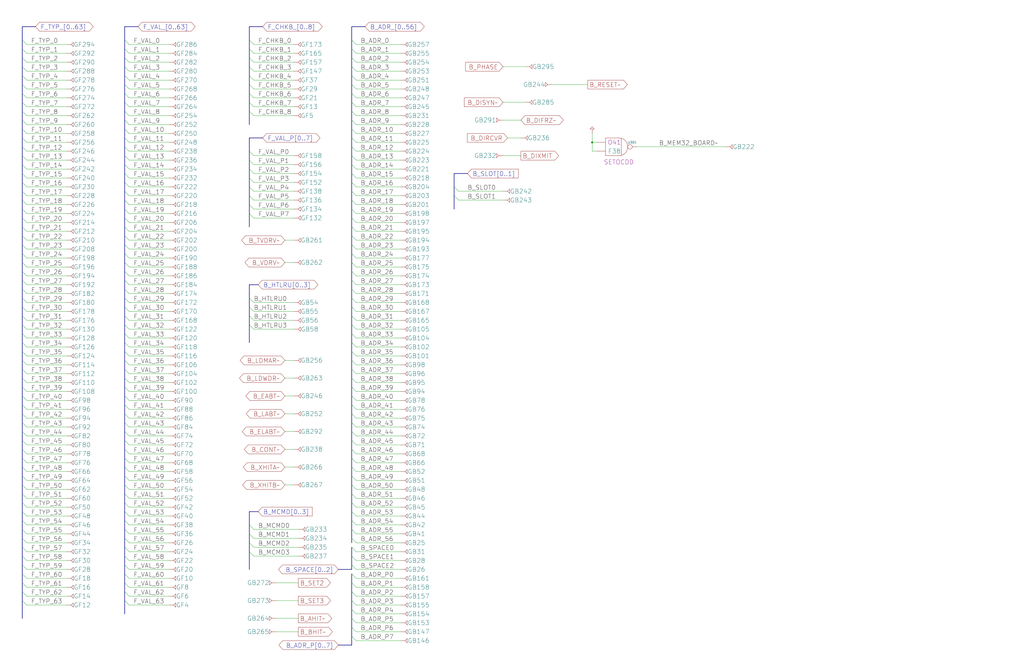
<source format=kicad_sch>
(kicad_sch (version 20220126) (generator eeschema)
  (paper "User" 584.2 378.46)
  (title_block (title "BACKPLANE CONNECTIONS\\nFRONTPLANE CONNECTIONS\\nBYPASS CAPACITORS") (date "08-MAR-90") (rev "0.0") (comment 1 "MEM32 BOARD") (comment 2 "232-003066") (comment 3 "S400") (comment 4 "RELEASED"))
  (bus (pts (xy 12.7 104.14) (xy 12.7 109.22)))
  (bus (pts (xy 12.7 109.22) (xy 12.7 114.3)))
  (bus (pts (xy 12.7 114.3) (xy 12.7 119.38)))
  (bus (pts (xy 12.7 119.38) (xy 12.7 124.46)))
  (bus (pts (xy 12.7 124.46) (xy 12.7 129.54)))
  (bus (pts (xy 12.7 129.54) (xy 12.7 134.62)))
  (bus (pts (xy 12.7 134.62) (xy 12.7 139.7)))
  (bus (pts (xy 12.7 139.7) (xy 12.7 144.78)))
  (bus (pts (xy 12.7 144.78) (xy 12.7 149.86)))
  (bus (pts (xy 12.7 149.86) (xy 12.7 154.94)))
  (bus (pts (xy 12.7 15.24) (xy 12.7 22.86)))
  (bus (pts (xy 12.7 15.24) (xy 20.32 15.24)))
  (bus (pts (xy 12.7 154.94) (xy 12.7 160.02)))
  (bus (pts (xy 12.7 160.02) (xy 12.7 165.1)))
  (bus (pts (xy 12.7 165.1) (xy 12.7 170.18)))
  (bus (pts (xy 12.7 170.18) (xy 12.7 175.26)))
  (bus (pts (xy 12.7 175.26) (xy 12.7 180.34)))
  (bus (pts (xy 12.7 180.34) (xy 12.7 185.42)))
  (bus (pts (xy 12.7 185.42) (xy 12.7 190.5)))
  (bus (pts (xy 12.7 190.5) (xy 12.7 195.58)))
  (bus (pts (xy 12.7 195.58) (xy 12.7 200.66)))
  (bus (pts (xy 12.7 200.66) (xy 12.7 205.74)))
  (bus (pts (xy 12.7 205.74) (xy 12.7 210.82)))
  (bus (pts (xy 12.7 210.82) (xy 12.7 215.9)))
  (bus (pts (xy 12.7 215.9) (xy 12.7 220.98)))
  (bus (pts (xy 12.7 22.86) (xy 12.7 27.94)))
  (bus (pts (xy 12.7 220.98) (xy 12.7 226.06)))
  (bus (pts (xy 12.7 226.06) (xy 12.7 231.14)))
  (bus (pts (xy 12.7 231.14) (xy 12.7 236.22)))
  (bus (pts (xy 12.7 236.22) (xy 12.7 241.3)))
  (bus (pts (xy 12.7 241.3) (xy 12.7 246.38)))
  (bus (pts (xy 12.7 246.38) (xy 12.7 251.46)))
  (bus (pts (xy 12.7 251.46) (xy 12.7 256.54)))
  (bus (pts (xy 12.7 256.54) (xy 12.7 261.62)))
  (bus (pts (xy 12.7 261.62) (xy 12.7 266.7)))
  (bus (pts (xy 12.7 266.7) (xy 12.7 271.78)))
  (bus (pts (xy 12.7 27.94) (xy 12.7 33.02)))
  (bus (pts (xy 12.7 271.78) (xy 12.7 276.86)))
  (bus (pts (xy 12.7 276.86) (xy 12.7 281.94)))
  (bus (pts (xy 12.7 281.94) (xy 12.7 287.02)))
  (bus (pts (xy 12.7 287.02) (xy 12.7 292.1)))
  (bus (pts (xy 12.7 292.1) (xy 12.7 297.18)))
  (bus (pts (xy 12.7 297.18) (xy 12.7 302.26)))
  (bus (pts (xy 12.7 302.26) (xy 12.7 307.34)))
  (bus (pts (xy 12.7 307.34) (xy 12.7 312.42)))
  (bus (pts (xy 12.7 312.42) (xy 12.7 317.5)))
  (bus (pts (xy 12.7 317.5) (xy 12.7 322.58)))
  (bus (pts (xy 12.7 322.58) (xy 12.7 327.66)))
  (bus (pts (xy 12.7 327.66) (xy 12.7 332.74)))
  (bus (pts (xy 12.7 33.02) (xy 12.7 38.1)))
  (bus (pts (xy 12.7 332.74) (xy 12.7 337.82)))
  (bus (pts (xy 12.7 337.82) (xy 12.7 342.9)))
  (bus (pts (xy 12.7 342.9) (xy 12.7 353.06)))
  (bus (pts (xy 12.7 38.1) (xy 12.7 43.18)))
  (bus (pts (xy 12.7 43.18) (xy 12.7 48.26)))
  (bus (pts (xy 12.7 48.26) (xy 12.7 53.34)))
  (bus (pts (xy 12.7 53.34) (xy 12.7 58.42)))
  (bus (pts (xy 12.7 58.42) (xy 12.7 63.5)))
  (bus (pts (xy 12.7 63.5) (xy 12.7 68.58)))
  (bus (pts (xy 12.7 68.58) (xy 12.7 73.66)))
  (bus (pts (xy 12.7 73.66) (xy 12.7 78.74)))
  (bus (pts (xy 12.7 78.74) (xy 12.7 83.82)))
  (bus (pts (xy 12.7 83.82) (xy 12.7 88.9)))
  (bus (pts (xy 12.7 88.9) (xy 12.7 93.98)))
  (bus (pts (xy 12.7 93.98) (xy 12.7 99.06)))
  (bus (pts (xy 12.7 99.06) (xy 12.7 104.14)))
  (bus (pts (xy 142.24 101.6) (xy 142.24 106.68)))
  (bus (pts (xy 142.24 106.68) (xy 142.24 111.76)))
  (bus (pts (xy 142.24 111.76) (xy 142.24 116.84)))
  (bus (pts (xy 142.24 116.84) (xy 142.24 121.92)))
  (bus (pts (xy 142.24 121.92) (xy 142.24 129.54)))
  (bus (pts (xy 142.24 15.24) (xy 142.24 22.86)))
  (bus (pts (xy 142.24 15.24) (xy 149.86 15.24)))
  (bus (pts (xy 142.24 162.56) (xy 142.24 170.18)))
  (bus (pts (xy 142.24 162.56) (xy 147.32 162.56)))
  (bus (pts (xy 142.24 170.18) (xy 142.24 175.26)))
  (bus (pts (xy 142.24 175.26) (xy 142.24 180.34)))
  (bus (pts (xy 142.24 180.34) (xy 142.24 185.42)))
  (bus (pts (xy 142.24 185.42) (xy 142.24 195.58)))
  (bus (pts (xy 142.24 22.86) (xy 142.24 27.94)))
  (bus (pts (xy 142.24 27.94) (xy 142.24 33.02)))
  (bus (pts (xy 142.24 292.1) (xy 142.24 299.72)))
  (bus (pts (xy 142.24 292.1) (xy 147.32 292.1)))
  (bus (pts (xy 142.24 299.72) (xy 142.24 304.8)))
  (bus (pts (xy 142.24 304.8) (xy 142.24 309.88)))
  (bus (pts (xy 142.24 309.88) (xy 142.24 314.96)))
  (bus (pts (xy 142.24 314.96) (xy 142.24 325.12)))
  (bus (pts (xy 142.24 33.02) (xy 142.24 38.1)))
  (bus (pts (xy 142.24 38.1) (xy 142.24 43.18)))
  (bus (pts (xy 142.24 43.18) (xy 142.24 48.26)))
  (bus (pts (xy 142.24 48.26) (xy 142.24 53.34)))
  (bus (pts (xy 142.24 53.34) (xy 142.24 58.42)))
  (bus (pts (xy 142.24 58.42) (xy 142.24 63.5)))
  (bus (pts (xy 142.24 63.5) (xy 142.24 71.12)))
  (bus (pts (xy 142.24 78.74) (xy 142.24 86.36)))
  (bus (pts (xy 142.24 78.74) (xy 149.86 78.74)))
  (bus (pts (xy 142.24 86.36) (xy 142.24 91.44)))
  (bus (pts (xy 142.24 91.44) (xy 142.24 96.52)))
  (bus (pts (xy 142.24 96.52) (xy 142.24 101.6)))
  (bus (pts (xy 193.04 325.12) (xy 200.66 325.12)))
  (bus (pts (xy 193.04 368.3) (xy 200.66 368.3)))
  (bus (pts (xy 200.66 104.14) (xy 200.66 109.22)))
  (bus (pts (xy 200.66 109.22) (xy 200.66 114.3)))
  (bus (pts (xy 200.66 114.3) (xy 200.66 119.38)))
  (bus (pts (xy 200.66 119.38) (xy 200.66 124.46)))
  (bus (pts (xy 200.66 124.46) (xy 200.66 129.54)))
  (bus (pts (xy 200.66 129.54) (xy 200.66 134.62)))
  (bus (pts (xy 200.66 134.62) (xy 200.66 139.7)))
  (bus (pts (xy 200.66 139.7) (xy 200.66 144.78)))
  (bus (pts (xy 200.66 144.78) (xy 200.66 149.86)))
  (bus (pts (xy 200.66 149.86) (xy 200.66 154.94)))
  (bus (pts (xy 200.66 15.24) (xy 200.66 22.86)))
  (bus (pts (xy 200.66 15.24) (xy 208.28 15.24)))
  (bus (pts (xy 200.66 154.94) (xy 200.66 160.02)))
  (bus (pts (xy 200.66 160.02) (xy 200.66 165.1)))
  (bus (pts (xy 200.66 165.1) (xy 200.66 170.18)))
  (bus (pts (xy 200.66 170.18) (xy 200.66 175.26)))
  (bus (pts (xy 200.66 175.26) (xy 200.66 180.34)))
  (bus (pts (xy 200.66 180.34) (xy 200.66 185.42)))
  (bus (pts (xy 200.66 185.42) (xy 200.66 190.5)))
  (bus (pts (xy 200.66 190.5) (xy 200.66 195.58)))
  (bus (pts (xy 200.66 195.58) (xy 200.66 200.66)))
  (bus (pts (xy 200.66 200.66) (xy 200.66 205.74)))
  (bus (pts (xy 200.66 205.74) (xy 200.66 210.82)))
  (bus (pts (xy 200.66 210.82) (xy 200.66 215.9)))
  (bus (pts (xy 200.66 215.9) (xy 200.66 220.98)))
  (bus (pts (xy 200.66 22.86) (xy 200.66 27.94)))
  (bus (pts (xy 200.66 220.98) (xy 200.66 226.06)))
  (bus (pts (xy 200.66 226.06) (xy 200.66 231.14)))
  (bus (pts (xy 200.66 231.14) (xy 200.66 236.22)))
  (bus (pts (xy 200.66 236.22) (xy 200.66 241.3)))
  (bus (pts (xy 200.66 241.3) (xy 200.66 246.38)))
  (bus (pts (xy 200.66 246.38) (xy 200.66 251.46)))
  (bus (pts (xy 200.66 251.46) (xy 200.66 256.54)))
  (bus (pts (xy 200.66 256.54) (xy 200.66 261.62)))
  (bus (pts (xy 200.66 261.62) (xy 200.66 266.7)))
  (bus (pts (xy 200.66 266.7) (xy 200.66 271.78)))
  (bus (pts (xy 200.66 27.94) (xy 200.66 33.02)))
  (bus (pts (xy 200.66 271.78) (xy 200.66 276.86)))
  (bus (pts (xy 200.66 276.86) (xy 200.66 281.94)))
  (bus (pts (xy 200.66 281.94) (xy 200.66 287.02)))
  (bus (pts (xy 200.66 287.02) (xy 200.66 292.1)))
  (bus (pts (xy 200.66 292.1) (xy 200.66 297.18)))
  (bus (pts (xy 200.66 297.18) (xy 200.66 302.26)))
  (bus (pts (xy 200.66 302.26) (xy 200.66 307.34)))
  (bus (pts (xy 200.66 307.34) (xy 200.66 309.88)))
  (bus (pts (xy 200.66 312.42) (xy 200.66 317.5)))
  (bus (pts (xy 200.66 317.5) (xy 200.66 322.58)))
  (bus (pts (xy 200.66 322.58) (xy 200.66 325.12)))
  (bus (pts (xy 200.66 327.66) (xy 200.66 332.74)))
  (bus (pts (xy 200.66 33.02) (xy 200.66 38.1)))
  (bus (pts (xy 200.66 332.74) (xy 200.66 337.82)))
  (bus (pts (xy 200.66 337.82) (xy 200.66 342.9)))
  (bus (pts (xy 200.66 342.9) (xy 200.66 347.98)))
  (bus (pts (xy 200.66 347.98) (xy 200.66 353.06)))
  (bus (pts (xy 200.66 353.06) (xy 200.66 358.14)))
  (bus (pts (xy 200.66 358.14) (xy 200.66 363.22)))
  (bus (pts (xy 200.66 363.22) (xy 200.66 368.3)))
  (bus (pts (xy 200.66 38.1) (xy 200.66 43.18)))
  (bus (pts (xy 200.66 43.18) (xy 200.66 48.26)))
  (bus (pts (xy 200.66 48.26) (xy 200.66 53.34)))
  (bus (pts (xy 200.66 53.34) (xy 200.66 58.42)))
  (bus (pts (xy 200.66 58.42) (xy 200.66 63.5)))
  (bus (pts (xy 200.66 63.5) (xy 200.66 68.58)))
  (bus (pts (xy 200.66 68.58) (xy 200.66 73.66)))
  (bus (pts (xy 200.66 73.66) (xy 200.66 78.74)))
  (bus (pts (xy 200.66 78.74) (xy 200.66 83.82)))
  (bus (pts (xy 200.66 83.82) (xy 200.66 88.9)))
  (bus (pts (xy 200.66 88.9) (xy 200.66 93.98)))
  (bus (pts (xy 200.66 93.98) (xy 200.66 99.06)))
  (bus (pts (xy 200.66 99.06) (xy 200.66 104.14)))
  (bus (pts (xy 259.08 106.68) (xy 259.08 111.76)))
  (bus (pts (xy 259.08 111.76) (xy 259.08 119.38)))
  (bus (pts (xy 259.08 99.06) (xy 259.08 106.68)))
  (bus (pts (xy 259.08 99.06) (xy 266.7 99.06)))
  (bus (pts (xy 71.12 104.14) (xy 71.12 109.22)))
  (bus (pts (xy 71.12 109.22) (xy 71.12 114.3)))
  (bus (pts (xy 71.12 114.3) (xy 71.12 119.38)))
  (bus (pts (xy 71.12 119.38) (xy 71.12 124.46)))
  (bus (pts (xy 71.12 124.46) (xy 71.12 129.54)))
  (bus (pts (xy 71.12 129.54) (xy 71.12 134.62)))
  (bus (pts (xy 71.12 134.62) (xy 71.12 139.7)))
  (bus (pts (xy 71.12 139.7) (xy 71.12 144.78)))
  (bus (pts (xy 71.12 144.78) (xy 71.12 149.86)))
  (bus (pts (xy 71.12 149.86) (xy 71.12 154.94)))
  (bus (pts (xy 71.12 15.24) (xy 71.12 22.86)))
  (bus (pts (xy 71.12 15.24) (xy 78.74 15.24)))
  (bus (pts (xy 71.12 154.94) (xy 71.12 160.02)))
  (bus (pts (xy 71.12 160.02) (xy 71.12 165.1)))
  (bus (pts (xy 71.12 165.1) (xy 71.12 170.18)))
  (bus (pts (xy 71.12 170.18) (xy 71.12 175.26)))
  (bus (pts (xy 71.12 175.26) (xy 71.12 180.34)))
  (bus (pts (xy 71.12 180.34) (xy 71.12 185.42)))
  (bus (pts (xy 71.12 185.42) (xy 71.12 190.5)))
  (bus (pts (xy 71.12 190.5) (xy 71.12 195.58)))
  (bus (pts (xy 71.12 195.58) (xy 71.12 200.66)))
  (bus (pts (xy 71.12 200.66) (xy 71.12 205.74)))
  (bus (pts (xy 71.12 205.74) (xy 71.12 210.82)))
  (bus (pts (xy 71.12 210.82) (xy 71.12 215.9)))
  (bus (pts (xy 71.12 215.9) (xy 71.12 220.98)))
  (bus (pts (xy 71.12 22.86) (xy 71.12 27.94)))
  (bus (pts (xy 71.12 220.98) (xy 71.12 226.06)))
  (bus (pts (xy 71.12 226.06) (xy 71.12 231.14)))
  (bus (pts (xy 71.12 231.14) (xy 71.12 236.22)))
  (bus (pts (xy 71.12 236.22) (xy 71.12 241.3)))
  (bus (pts (xy 71.12 241.3) (xy 71.12 246.38)))
  (bus (pts (xy 71.12 246.38) (xy 71.12 251.46)))
  (bus (pts (xy 71.12 251.46) (xy 71.12 256.54)))
  (bus (pts (xy 71.12 256.54) (xy 71.12 261.62)))
  (bus (pts (xy 71.12 261.62) (xy 71.12 266.7)))
  (bus (pts (xy 71.12 266.7) (xy 71.12 271.78)))
  (bus (pts (xy 71.12 27.94) (xy 71.12 33.02)))
  (bus (pts (xy 71.12 271.78) (xy 71.12 276.86)))
  (bus (pts (xy 71.12 276.86) (xy 71.12 281.94)))
  (bus (pts (xy 71.12 281.94) (xy 71.12 287.02)))
  (bus (pts (xy 71.12 287.02) (xy 71.12 292.1)))
  (bus (pts (xy 71.12 292.1) (xy 71.12 297.18)))
  (bus (pts (xy 71.12 297.18) (xy 71.12 302.26)))
  (bus (pts (xy 71.12 302.26) (xy 71.12 307.34)))
  (bus (pts (xy 71.12 307.34) (xy 71.12 312.42)))
  (bus (pts (xy 71.12 312.42) (xy 71.12 317.5)))
  (bus (pts (xy 71.12 317.5) (xy 71.12 322.58)))
  (bus (pts (xy 71.12 322.58) (xy 71.12 327.66)))
  (bus (pts (xy 71.12 327.66) (xy 71.12 332.74)))
  (bus (pts (xy 71.12 33.02) (xy 71.12 38.1)))
  (bus (pts (xy 71.12 332.74) (xy 71.12 337.82)))
  (bus (pts (xy 71.12 337.82) (xy 71.12 342.9)))
  (bus (pts (xy 71.12 342.9) (xy 71.12 350.52)))
  (bus (pts (xy 71.12 38.1) (xy 71.12 43.18)))
  (bus (pts (xy 71.12 43.18) (xy 71.12 48.26)))
  (bus (pts (xy 71.12 48.26) (xy 71.12 53.34)))
  (bus (pts (xy 71.12 53.34) (xy 71.12 58.42)))
  (bus (pts (xy 71.12 58.42) (xy 71.12 63.5)))
  (bus (pts (xy 71.12 63.5) (xy 71.12 68.58)))
  (bus (pts (xy 71.12 68.58) (xy 71.12 73.66)))
  (bus (pts (xy 71.12 73.66) (xy 71.12 78.74)))
  (bus (pts (xy 71.12 78.74) (xy 71.12 83.82)))
  (bus (pts (xy 71.12 83.82) (xy 71.12 88.9)))
  (bus (pts (xy 71.12 88.9) (xy 71.12 93.98)))
  (bus (pts (xy 71.12 93.98) (xy 71.12 99.06)))
  (bus (pts (xy 71.12 99.06) (xy 71.12 104.14)))
  (wire (pts (xy 144.78 104.14) (xy 167.64 104.14)))
  (wire (pts (xy 144.78 109.22) (xy 167.64 109.22)))
  (wire (pts (xy 144.78 114.3) (xy 167.64 114.3)))
  (wire (pts (xy 144.78 119.38) (xy 167.64 119.38)))
  (wire (pts (xy 144.78 124.46) (xy 167.64 124.46)))
  (wire (pts (xy 144.78 172.72) (xy 167.64 172.72)))
  (wire (pts (xy 144.78 177.8) (xy 167.64 177.8)))
  (wire (pts (xy 144.78 182.88) (xy 167.64 182.88)))
  (wire (pts (xy 144.78 187.96) (xy 167.64 187.96)))
  (wire (pts (xy 144.78 25.4) (xy 167.64 25.4)))
  (wire (pts (xy 144.78 30.48) (xy 167.64 30.48)))
  (wire (pts (xy 144.78 302.26) (xy 170.18 302.26)))
  (wire (pts (xy 144.78 307.34) (xy 170.18 307.34)))
  (wire (pts (xy 144.78 312.42) (xy 170.18 312.42)))
  (wire (pts (xy 144.78 317.5) (xy 170.18 317.5)))
  (wire (pts (xy 144.78 35.56) (xy 167.64 35.56)))
  (wire (pts (xy 144.78 40.64) (xy 167.64 40.64)))
  (wire (pts (xy 144.78 45.72) (xy 167.64 45.72)))
  (wire (pts (xy 144.78 50.8) (xy 167.64 50.8)))
  (wire (pts (xy 144.78 55.88) (xy 167.64 55.88)))
  (wire (pts (xy 144.78 60.96) (xy 167.64 60.96)))
  (wire (pts (xy 144.78 66.04) (xy 167.64 66.04)))
  (wire (pts (xy 144.78 88.9) (xy 167.64 88.9)))
  (wire (pts (xy 144.78 93.98) (xy 167.64 93.98)))
  (wire (pts (xy 144.78 99.06) (xy 167.64 99.06)))
  (wire (pts (xy 15.24 101.6) (xy 38.1 101.6)))
  (wire (pts (xy 15.24 106.68) (xy 38.1 106.68)))
  (wire (pts (xy 15.24 111.76) (xy 38.1 111.76)))
  (wire (pts (xy 15.24 116.84) (xy 38.1 116.84)))
  (wire (pts (xy 15.24 121.92) (xy 38.1 121.92)))
  (wire (pts (xy 15.24 127) (xy 38.1 127)))
  (wire (pts (xy 15.24 132.08) (xy 38.1 132.08)))
  (wire (pts (xy 15.24 137.16) (xy 38.1 137.16)))
  (wire (pts (xy 15.24 142.24) (xy 38.1 142.24)))
  (wire (pts (xy 15.24 147.32) (xy 38.1 147.32)))
  (wire (pts (xy 15.24 152.4) (xy 38.1 152.4)))
  (wire (pts (xy 15.24 157.48) (xy 38.1 157.48)))
  (wire (pts (xy 15.24 162.56) (xy 38.1 162.56)))
  (wire (pts (xy 15.24 167.64) (xy 38.1 167.64)))
  (wire (pts (xy 15.24 172.72) (xy 38.1 172.72)))
  (wire (pts (xy 15.24 177.8) (xy 38.1 177.8)))
  (wire (pts (xy 15.24 182.88) (xy 38.1 182.88)))
  (wire (pts (xy 15.24 187.96) (xy 38.1 187.96)))
  (wire (pts (xy 15.24 193.04) (xy 38.1 193.04)))
  (wire (pts (xy 15.24 198.12) (xy 38.1 198.12)))
  (wire (pts (xy 15.24 203.2) (xy 38.1 203.2)))
  (wire (pts (xy 15.24 208.28) (xy 38.1 208.28)))
  (wire (pts (xy 15.24 213.36) (xy 38.1 213.36)))
  (wire (pts (xy 15.24 218.44) (xy 38.1 218.44)))
  (wire (pts (xy 15.24 223.52) (xy 38.1 223.52)))
  (wire (pts (xy 15.24 228.6) (xy 38.1 228.6)))
  (wire (pts (xy 15.24 233.68) (xy 38.1 233.68)))
  (wire (pts (xy 15.24 238.76) (xy 38.1 238.76)))
  (wire (pts (xy 15.24 243.84) (xy 38.1 243.84)))
  (wire (pts (xy 15.24 248.92) (xy 38.1 248.92)))
  (wire (pts (xy 15.24 25.4) (xy 38.1 25.4)))
  (wire (pts (xy 15.24 254) (xy 38.1 254)))
  (wire (pts (xy 15.24 259.08) (xy 38.1 259.08)))
  (wire (pts (xy 15.24 264.16) (xy 38.1 264.16)))
  (wire (pts (xy 15.24 269.24) (xy 38.1 269.24)))
  (wire (pts (xy 15.24 274.32) (xy 38.1 274.32)))
  (wire (pts (xy 15.24 279.4) (xy 38.1 279.4)))
  (wire (pts (xy 15.24 284.48) (xy 38.1 284.48)))
  (wire (pts (xy 15.24 289.56) (xy 38.1 289.56)))
  (wire (pts (xy 15.24 294.64) (xy 38.1 294.64)))
  (wire (pts (xy 15.24 299.72) (xy 38.1 299.72)))
  (wire (pts (xy 15.24 30.48) (xy 38.1 30.48)))
  (wire (pts (xy 15.24 304.8) (xy 38.1 304.8)))
  (wire (pts (xy 15.24 309.88) (xy 38.1 309.88)))
  (wire (pts (xy 15.24 314.96) (xy 38.1 314.96)))
  (wire (pts (xy 15.24 320.04) (xy 38.1 320.04)))
  (wire (pts (xy 15.24 325.12) (xy 38.1 325.12)))
  (wire (pts (xy 15.24 330.2) (xy 38.1 330.2)))
  (wire (pts (xy 15.24 335.28) (xy 38.1 335.28)))
  (wire (pts (xy 15.24 340.36) (xy 38.1 340.36)))
  (wire (pts (xy 15.24 345.44) (xy 38.1 345.44)))
  (wire (pts (xy 15.24 35.56) (xy 38.1 35.56)))
  (wire (pts (xy 15.24 40.64) (xy 38.1 40.64)))
  (wire (pts (xy 15.24 45.72) (xy 38.1 45.72)))
  (wire (pts (xy 15.24 50.8) (xy 38.1 50.8)))
  (wire (pts (xy 15.24 55.88) (xy 38.1 55.88)))
  (wire (pts (xy 15.24 60.96) (xy 38.1 60.96)))
  (wire (pts (xy 15.24 66.04) (xy 38.1 66.04)))
  (wire (pts (xy 15.24 71.12) (xy 38.1 71.12)))
  (wire (pts (xy 15.24 76.2) (xy 38.1 76.2)))
  (wire (pts (xy 15.24 81.28) (xy 38.1 81.28)))
  (wire (pts (xy 15.24 86.36) (xy 38.1 86.36)))
  (wire (pts (xy 15.24 91.44) (xy 38.1 91.44)))
  (wire (pts (xy 15.24 96.52) (xy 38.1 96.52)))
  (wire (pts (xy 157.48 332.74) (xy 170.18 332.74)))
  (wire (pts (xy 157.48 342.9) (xy 170.18 342.9)))
  (wire (pts (xy 157.48 353.06) (xy 170.18 353.06)))
  (wire (pts (xy 157.48 360.68) (xy 170.18 360.68)))
  (wire (pts (xy 162.56 137.16) (xy 167.64 137.16)))
  (wire (pts (xy 162.56 149.86) (xy 167.64 149.86)))
  (wire (pts (xy 162.56 205.74) (xy 167.64 205.74)))
  (wire (pts (xy 162.56 215.9) (xy 167.64 215.9)))
  (wire (pts (xy 162.56 226.06) (xy 167.64 226.06)))
  (wire (pts (xy 162.56 236.22) (xy 167.64 236.22)))
  (wire (pts (xy 162.56 246.38) (xy 167.64 246.38)))
  (wire (pts (xy 162.56 256.54) (xy 167.64 256.54)))
  (wire (pts (xy 162.56 266.7) (xy 167.64 266.7)))
  (wire (pts (xy 162.56 276.86) (xy 167.64 276.86)))
  (wire (pts (xy 203.2 101.6) (xy 228.6 101.6)))
  (wire (pts (xy 203.2 106.68) (xy 228.6 106.68)))
  (wire (pts (xy 203.2 111.76) (xy 228.6 111.76)))
  (wire (pts (xy 203.2 116.84) (xy 228.6 116.84)))
  (wire (pts (xy 203.2 121.92) (xy 228.6 121.92)))
  (wire (pts (xy 203.2 127) (xy 228.6 127)))
  (wire (pts (xy 203.2 132.08) (xy 228.6 132.08)))
  (wire (pts (xy 203.2 137.16) (xy 228.6 137.16)))
  (wire (pts (xy 203.2 142.24) (xy 228.6 142.24)))
  (wire (pts (xy 203.2 147.32) (xy 228.6 147.32)))
  (wire (pts (xy 203.2 152.4) (xy 228.6 152.4)))
  (wire (pts (xy 203.2 157.48) (xy 228.6 157.48)))
  (wire (pts (xy 203.2 162.56) (xy 228.6 162.56)))
  (wire (pts (xy 203.2 167.64) (xy 228.6 167.64)))
  (wire (pts (xy 203.2 172.72) (xy 228.6 172.72)))
  (wire (pts (xy 203.2 177.8) (xy 228.6 177.8)))
  (wire (pts (xy 203.2 182.88) (xy 228.6 182.88)))
  (wire (pts (xy 203.2 187.96) (xy 228.6 187.96)))
  (wire (pts (xy 203.2 193.04) (xy 228.6 193.04)))
  (wire (pts (xy 203.2 198.12) (xy 228.6 198.12)))
  (wire (pts (xy 203.2 203.2) (xy 228.6 203.2)))
  (wire (pts (xy 203.2 208.28) (xy 228.6 208.28)))
  (wire (pts (xy 203.2 213.36) (xy 228.6 213.36)))
  (wire (pts (xy 203.2 218.44) (xy 228.6 218.44)))
  (wire (pts (xy 203.2 223.52) (xy 228.6 223.52)))
  (wire (pts (xy 203.2 228.6) (xy 228.6 228.6)))
  (wire (pts (xy 203.2 233.68) (xy 228.6 233.68)))
  (wire (pts (xy 203.2 238.76) (xy 228.6 238.76)))
  (wire (pts (xy 203.2 243.84) (xy 228.6 243.84)))
  (wire (pts (xy 203.2 248.92) (xy 228.6 248.92)))
  (wire (pts (xy 203.2 25.4) (xy 228.6 25.4)))
  (wire (pts (xy 203.2 254) (xy 228.6 254)))
  (wire (pts (xy 203.2 259.08) (xy 228.6 259.08)))
  (wire (pts (xy 203.2 264.16) (xy 228.6 264.16)))
  (wire (pts (xy 203.2 269.24) (xy 228.6 269.24)))
  (wire (pts (xy 203.2 274.32) (xy 228.6 274.32)))
  (wire (pts (xy 203.2 279.4) (xy 228.6 279.4)))
  (wire (pts (xy 203.2 284.48) (xy 228.6 284.48)))
  (wire (pts (xy 203.2 289.56) (xy 228.6 289.56)))
  (wire (pts (xy 203.2 294.64) (xy 228.6 294.64)))
  (wire (pts (xy 203.2 299.72) (xy 228.6 299.72)))
  (wire (pts (xy 203.2 30.48) (xy 228.6 30.48)))
  (wire (pts (xy 203.2 304.8) (xy 228.6 304.8)))
  (wire (pts (xy 203.2 309.88) (xy 228.6 309.88)))
  (wire (pts (xy 203.2 314.96) (xy 228.6 314.96)))
  (wire (pts (xy 203.2 320.04) (xy 228.6 320.04)))
  (wire (pts (xy 203.2 325.12) (xy 228.6 325.12)))
  (wire (pts (xy 203.2 330.2) (xy 228.6 330.2)))
  (wire (pts (xy 203.2 335.28) (xy 228.6 335.28)))
  (wire (pts (xy 203.2 340.36) (xy 228.6 340.36)))
  (wire (pts (xy 203.2 345.44) (xy 228.6 345.44)))
  (wire (pts (xy 203.2 35.56) (xy 228.6 35.56)))
  (wire (pts (xy 203.2 350.52) (xy 228.6 350.52)))
  (wire (pts (xy 203.2 355.6) (xy 228.6 355.6)))
  (wire (pts (xy 203.2 360.68) (xy 228.6 360.68)))
  (wire (pts (xy 203.2 365.76) (xy 228.6 365.76)))
  (wire (pts (xy 203.2 40.64) (xy 228.6 40.64)))
  (wire (pts (xy 203.2 45.72) (xy 228.6 45.72)))
  (wire (pts (xy 203.2 50.8) (xy 228.6 50.8)))
  (wire (pts (xy 203.2 55.88) (xy 228.6 55.88)))
  (wire (pts (xy 203.2 60.96) (xy 228.6 60.96)))
  (wire (pts (xy 203.2 66.04) (xy 228.6 66.04)))
  (wire (pts (xy 203.2 71.12) (xy 228.6 71.12)))
  (wire (pts (xy 203.2 76.2) (xy 228.6 76.2)))
  (wire (pts (xy 203.2 81.28) (xy 228.6 81.28)))
  (wire (pts (xy 203.2 86.36) (xy 228.6 86.36)))
  (wire (pts (xy 203.2 91.44) (xy 228.6 91.44)))
  (wire (pts (xy 203.2 96.52) (xy 228.6 96.52)))
  (wire (pts (xy 261.62 109.22) (xy 287.02 109.22)))
  (wire (pts (xy 261.62 114.3) (xy 287.02 114.3)))
  (wire (pts (xy 287.02 38.1) (xy 299.72 38.1)))
  (wire (pts (xy 287.02 58.42) (xy 299.72 58.42)))
  (wire (pts (xy 287.02 68.58) (xy 297.18 68.58)))
  (wire (pts (xy 287.02 88.9) (xy 297.18 88.9)))
  (wire (pts (xy 289.56 78.74) (xy 297.18 78.74)))
  (wire (pts (xy 314.96 48.26) (xy 335.28 48.26)))
  (wire (pts (xy 337.82 81.28) (xy 337.82 76.2)))
  (wire (pts (xy 337.82 81.28) (xy 340.36 81.28)))
  (wire (pts (xy 337.82 86.36) (xy 337.82 81.28)))
  (wire (pts (xy 340.36 86.36) (xy 337.82 86.36)))
  (wire (pts (xy 363.22 83.82) (xy 414.02 83.82)))
  (wire (pts (xy 73.66 101.6) (xy 96.52 101.6)))
  (wire (pts (xy 73.66 106.68) (xy 96.52 106.68)))
  (wire (pts (xy 73.66 111.76) (xy 96.52 111.76)))
  (wire (pts (xy 73.66 116.84) (xy 96.52 116.84)))
  (wire (pts (xy 73.66 121.92) (xy 96.52 121.92)))
  (wire (pts (xy 73.66 127) (xy 96.52 127)))
  (wire (pts (xy 73.66 132.08) (xy 96.52 132.08)))
  (wire (pts (xy 73.66 137.16) (xy 96.52 137.16)))
  (wire (pts (xy 73.66 142.24) (xy 96.52 142.24)))
  (wire (pts (xy 73.66 147.32) (xy 96.52 147.32)))
  (wire (pts (xy 73.66 152.4) (xy 96.52 152.4)))
  (wire (pts (xy 73.66 157.48) (xy 96.52 157.48)))
  (wire (pts (xy 73.66 162.56) (xy 96.52 162.56)))
  (wire (pts (xy 73.66 167.64) (xy 96.52 167.64)))
  (wire (pts (xy 73.66 172.72) (xy 96.52 172.72)))
  (wire (pts (xy 73.66 177.8) (xy 96.52 177.8)))
  (wire (pts (xy 73.66 182.88) (xy 96.52 182.88)))
  (wire (pts (xy 73.66 187.96) (xy 96.52 187.96)))
  (wire (pts (xy 73.66 193.04) (xy 96.52 193.04)))
  (wire (pts (xy 73.66 198.12) (xy 96.52 198.12)))
  (wire (pts (xy 73.66 203.2) (xy 96.52 203.2)))
  (wire (pts (xy 73.66 208.28) (xy 96.52 208.28)))
  (wire (pts (xy 73.66 213.36) (xy 96.52 213.36)))
  (wire (pts (xy 73.66 218.44) (xy 96.52 218.44)))
  (wire (pts (xy 73.66 223.52) (xy 96.52 223.52)))
  (wire (pts (xy 73.66 228.6) (xy 96.52 228.6)))
  (wire (pts (xy 73.66 233.68) (xy 96.52 233.68)))
  (wire (pts (xy 73.66 238.76) (xy 96.52 238.76)))
  (wire (pts (xy 73.66 243.84) (xy 96.52 243.84)))
  (wire (pts (xy 73.66 248.92) (xy 96.52 248.92)))
  (wire (pts (xy 73.66 25.4) (xy 96.52 25.4)))
  (wire (pts (xy 73.66 254) (xy 96.52 254)))
  (wire (pts (xy 73.66 259.08) (xy 96.52 259.08)))
  (wire (pts (xy 73.66 264.16) (xy 96.52 264.16)))
  (wire (pts (xy 73.66 269.24) (xy 96.52 269.24)))
  (wire (pts (xy 73.66 274.32) (xy 96.52 274.32)))
  (wire (pts (xy 73.66 279.4) (xy 96.52 279.4)))
  (wire (pts (xy 73.66 284.48) (xy 96.52 284.48)))
  (wire (pts (xy 73.66 289.56) (xy 96.52 289.56)))
  (wire (pts (xy 73.66 294.64) (xy 96.52 294.64)))
  (wire (pts (xy 73.66 299.72) (xy 96.52 299.72)))
  (wire (pts (xy 73.66 30.48) (xy 96.52 30.48)))
  (wire (pts (xy 73.66 304.8) (xy 96.52 304.8)))
  (wire (pts (xy 73.66 309.88) (xy 96.52 309.88)))
  (wire (pts (xy 73.66 314.96) (xy 96.52 314.96)))
  (wire (pts (xy 73.66 320.04) (xy 96.52 320.04)))
  (wire (pts (xy 73.66 325.12) (xy 96.52 325.12)))
  (wire (pts (xy 73.66 330.2) (xy 96.52 330.2)))
  (wire (pts (xy 73.66 335.28) (xy 96.52 335.28)))
  (wire (pts (xy 73.66 340.36) (xy 96.52 340.36)))
  (wire (pts (xy 73.66 345.44) (xy 96.52 345.44)))
  (wire (pts (xy 73.66 35.56) (xy 96.52 35.56)))
  (wire (pts (xy 73.66 40.64) (xy 96.52 40.64)))
  (wire (pts (xy 73.66 45.72) (xy 96.52 45.72)))
  (wire (pts (xy 73.66 50.8) (xy 96.52 50.8)))
  (wire (pts (xy 73.66 55.88) (xy 96.52 55.88)))
  (wire (pts (xy 73.66 60.96) (xy 96.52 60.96)))
  (wire (pts (xy 73.66 66.04) (xy 96.52 66.04)))
  (wire (pts (xy 73.66 71.12) (xy 96.52 71.12)))
  (wire (pts (xy 73.66 76.2) (xy 96.52 76.2)))
  (wire (pts (xy 73.66 81.28) (xy 96.52 81.28)))
  (wire (pts (xy 73.66 86.36) (xy 96.52 86.36)))
  (wire (pts (xy 73.66 91.44) (xy 96.52 91.44)))
  (wire (pts (xy 73.66 96.52) (xy 96.52 96.52)))
  (bus_entry (at 12.7 22.86) (size 2.54 2.54))
  (bus_entry (at 12.7 27.94) (size 2.54 2.54))
  (bus_entry (at 12.7 33.02) (size 2.54 2.54))
  (bus_entry (at 12.7 38.1) (size 2.54 2.54))
  (bus_entry (at 12.7 43.18) (size 2.54 2.54))
  (bus_entry (at 12.7 48.26) (size 2.54 2.54))
  (bus_entry (at 12.7 53.34) (size 2.54 2.54))
  (bus_entry (at 12.7 58.42) (size 2.54 2.54))
  (bus_entry (at 12.7 63.5) (size 2.54 2.54))
  (bus_entry (at 12.7 68.58) (size 2.54 2.54))
  (bus_entry (at 12.7 73.66) (size 2.54 2.54))
  (bus_entry (at 12.7 78.74) (size 2.54 2.54))
  (bus_entry (at 12.7 83.82) (size 2.54 2.54))
  (bus_entry (at 12.7 88.9) (size 2.54 2.54))
  (bus_entry (at 12.7 93.98) (size 2.54 2.54))
  (bus_entry (at 12.7 99.06) (size 2.54 2.54))
  (bus_entry (at 12.7 104.14) (size 2.54 2.54))
  (bus_entry (at 12.7 109.22) (size 2.54 2.54))
  (bus_entry (at 12.7 114.3) (size 2.54 2.54))
  (bus_entry (at 12.7 119.38) (size 2.54 2.54))
  (bus_entry (at 12.7 124.46) (size 2.54 2.54))
  (bus_entry (at 12.7 129.54) (size 2.54 2.54))
  (bus_entry (at 12.7 134.62) (size 2.54 2.54))
  (bus_entry (at 12.7 139.7) (size 2.54 2.54))
  (bus_entry (at 12.7 144.78) (size 2.54 2.54))
  (bus_entry (at 12.7 149.86) (size 2.54 2.54))
  (bus_entry (at 12.7 154.94) (size 2.54 2.54))
  (bus_entry (at 12.7 160.02) (size 2.54 2.54))
  (bus_entry (at 12.7 165.1) (size 2.54 2.54))
  (bus_entry (at 12.7 170.18) (size 2.54 2.54))
  (bus_entry (at 12.7 175.26) (size 2.54 2.54))
  (bus_entry (at 12.7 180.34) (size 2.54 2.54))
  (bus_entry (at 12.7 185.42) (size 2.54 2.54))
  (bus_entry (at 12.7 190.5) (size 2.54 2.54))
  (bus_entry (at 12.7 195.58) (size 2.54 2.54))
  (bus_entry (at 12.7 200.66) (size 2.54 2.54))
  (bus_entry (at 12.7 205.74) (size 2.54 2.54))
  (bus_entry (at 12.7 210.82) (size 2.54 2.54))
  (bus_entry (at 12.7 215.9) (size 2.54 2.54))
  (bus_entry (at 12.7 220.98) (size 2.54 2.54))
  (bus_entry (at 12.7 226.06) (size 2.54 2.54))
  (bus_entry (at 12.7 231.14) (size 2.54 2.54))
  (bus_entry (at 12.7 236.22) (size 2.54 2.54))
  (bus_entry (at 12.7 241.3) (size 2.54 2.54))
  (bus_entry (at 12.7 246.38) (size 2.54 2.54))
  (bus_entry (at 12.7 251.46) (size 2.54 2.54))
  (bus_entry (at 12.7 256.54) (size 2.54 2.54))
  (bus_entry (at 12.7 261.62) (size 2.54 2.54))
  (bus_entry (at 12.7 266.7) (size 2.54 2.54))
  (bus_entry (at 12.7 271.78) (size 2.54 2.54))
  (bus_entry (at 12.7 276.86) (size 2.54 2.54))
  (bus_entry (at 12.7 281.94) (size 2.54 2.54))
  (bus_entry (at 12.7 287.02) (size 2.54 2.54))
  (bus_entry (at 12.7 292.1) (size 2.54 2.54))
  (bus_entry (at 12.7 297.18) (size 2.54 2.54))
  (bus_entry (at 12.7 302.26) (size 2.54 2.54))
  (bus_entry (at 12.7 307.34) (size 2.54 2.54))
  (bus_entry (at 12.7 312.42) (size 2.54 2.54))
  (bus_entry (at 12.7 317.5) (size 2.54 2.54))
  (bus_entry (at 12.7 322.58) (size 2.54 2.54))
  (bus_entry (at 12.7 327.66) (size 2.54 2.54))
  (bus_entry (at 12.7 332.74) (size 2.54 2.54))
  (bus_entry (at 12.7 337.82) (size 2.54 2.54))
  (bus_entry (at 12.7 342.9) (size 2.54 2.54))
  (label "F_TYP_0" (at 17.78 25.4 0) (effects (font (size 2.54 2.54))))
  (label "F_TYP_1" (at 17.78 30.48 0) (effects (font (size 2.54 2.54))))
  (label "F_TYP_2" (at 17.78 35.56 0) (effects (font (size 2.54 2.54))))
  (label "F_TYP_3" (at 17.78 40.64 0) (effects (font (size 2.54 2.54))))
  (label "F_TYP_4" (at 17.78 45.72 0) (effects (font (size 2.54 2.54))))
  (label "F_TYP_5" (at 17.78 50.8 0) (effects (font (size 2.54 2.54))))
  (label "F_TYP_6" (at 17.78 55.88 0) (effects (font (size 2.54 2.54))))
  (label "F_TYP_7" (at 17.78 60.96 0) (effects (font (size 2.54 2.54))))
  (label "F_TYP_8" (at 17.78 66.04 0) (effects (font (size 2.54 2.54))))
  (label "F_TYP_9" (at 17.78 71.12 0) (effects (font (size 2.54 2.54))))
  (label "F_TYP_10" (at 17.78 76.2 0) (effects (font (size 2.54 2.54))))
  (label "F_TYP_11" (at 17.78 81.28 0) (effects (font (size 2.54 2.54))))
  (label "F_TYP_12" (at 17.78 86.36 0) (effects (font (size 2.54 2.54))))
  (label "F_TYP_13" (at 17.78 91.44 0) (effects (font (size 2.54 2.54))))
  (label "F_TYP_14" (at 17.78 96.52 0) (effects (font (size 2.54 2.54))))
  (label "F_TYP_15" (at 17.78 101.6 0) (effects (font (size 2.54 2.54))))
  (label "F_TYP_16" (at 17.78 106.68 0) (effects (font (size 2.54 2.54))))
  (label "F_TYP_17" (at 17.78 111.76 0) (effects (font (size 2.54 2.54))))
  (label "F_TYP_18" (at 17.78 116.84 0) (effects (font (size 2.54 2.54))))
  (label "F_TYP_19" (at 17.78 121.92 0) (effects (font (size 2.54 2.54))))
  (label "F_TYP_20" (at 17.78 127 0) (effects (font (size 2.54 2.54))))
  (label "F_TYP_21" (at 17.78 132.08 0) (effects (font (size 2.54 2.54))))
  (label "F_TYP_22" (at 17.78 137.16 0) (effects (font (size 2.54 2.54))))
  (label "F_TYP_23" (at 17.78 142.24 0) (effects (font (size 2.54 2.54))))
  (label "F_TYP_24" (at 17.78 147.32 0) (effects (font (size 2.54 2.54))))
  (label "F_TYP_25" (at 17.78 152.4 0) (effects (font (size 2.54 2.54))))
  (label "F_TYP_26" (at 17.78 157.48 0) (effects (font (size 2.54 2.54))))
  (label "F_TYP_27" (at 17.78 162.56 0) (effects (font (size 2.54 2.54))))
  (label "F_TYP_28" (at 17.78 167.64 0) (effects (font (size 2.54 2.54))))
  (label "F_TYP_29" (at 17.78 172.72 0) (effects (font (size 2.54 2.54))))
  (label "F_TYP_30" (at 17.78 177.8 0) (effects (font (size 2.54 2.54))))
  (label "F_TYP_31" (at 17.78 182.88 0) (effects (font (size 2.54 2.54))))
  (label "F_TYP_32" (at 17.78 187.96 0) (effects (font (size 2.54 2.54))))
  (label "F_TYP_33" (at 17.78 193.04 0) (effects (font (size 2.54 2.54))))
  (label "F_TYP_34" (at 17.78 198.12 0) (effects (font (size 2.54 2.54))))
  (label "F_TYP_35" (at 17.78 203.2 0) (effects (font (size 2.54 2.54))))
  (label "F_TYP_36" (at 17.78 208.28 0) (effects (font (size 2.54 2.54))))
  (label "F_TYP_37" (at 17.78 213.36 0) (effects (font (size 2.54 2.54))))
  (label "F_TYP_38" (at 17.78 218.44 0) (effects (font (size 2.54 2.54))))
  (label "F_TYP_39" (at 17.78 223.52 0) (effects (font (size 2.54 2.54))))
  (label "F_TYP_40" (at 17.78 228.6 0) (effects (font (size 2.54 2.54))))
  (label "F_TYP_41" (at 17.78 233.68 0) (effects (font (size 2.54 2.54))))
  (label "F_TYP_42" (at 17.78 238.76 0) (effects (font (size 2.54 2.54))))
  (label "F_TYP_43" (at 17.78 243.84 0) (effects (font (size 2.54 2.54))))
  (label "F_TYP_44" (at 17.78 248.92 0) (effects (font (size 2.54 2.54))))
  (label "F_TYP_45" (at 17.78 254 0) (effects (font (size 2.54 2.54))))
  (label "F_TYP_46" (at 17.78 259.08 0) (effects (font (size 2.54 2.54))))
  (label "F_TYP_47" (at 17.78 264.16 0) (effects (font (size 2.54 2.54))))
  (label "F_TYP_48" (at 17.78 269.24 0) (effects (font (size 2.54 2.54))))
  (label "F_TYP_49" (at 17.78 274.32 0) (effects (font (size 2.54 2.54))))
  (label "F_TYP_50" (at 17.78 279.4 0) (effects (font (size 2.54 2.54))))
  (label "F_TYP_51" (at 17.78 284.48 0) (effects (font (size 2.54 2.54))))
  (label "F_TYP_52" (at 17.78 289.56 0) (effects (font (size 2.54 2.54))))
  (label "F_TYP_53" (at 17.78 294.64 0) (effects (font (size 2.54 2.54))))
  (label "F_TYP_54" (at 17.78 299.72 0) (effects (font (size 2.54 2.54))))
  (label "F_TYP_55" (at 17.78 304.8 0) (effects (font (size 2.54 2.54))))
  (label "F_TYP_56" (at 17.78 309.88 0) (effects (font (size 2.54 2.54))))
  (label "F_TYP_57" (at 17.78 314.96 0) (effects (font (size 2.54 2.54))))
  (label "F_TYP_58" (at 17.78 320.04 0) (effects (font (size 2.54 2.54))))
  (label "F_TYP_59" (at 17.78 325.12 0) (effects (font (size 2.54 2.54))))
  (label "F_TYP_60" (at 17.78 330.2 0) (effects (font (size 2.54 2.54))))
  (label "F_TYP_61" (at 17.78 335.28 0) (effects (font (size 2.54 2.54))))
  (label "F_TYP_62" (at 17.78 340.36 0) (effects (font (size 2.54 2.54))))
  (label "F_TYP_63" (at 17.78 345.44 0) (effects (font (size 2.54 2.54))))
  (global_label "F_TYP_[0..63]" (shape bidirectional) (at 20.32 15.24 0) (effects (font (size 2.54 2.54))) (property "Intersheet References" "${INTERSHEET_REFS}" (at 50.7184 15.0813 0) (effects (font (size 1.905 1.905)) (justify left))))
  (symbol (lib_id "r1000:GF") (at 38.1 25.4 0) (unit 1)
    (property "Reference" "GF294" (at 41.91 25.4 0) (effects (font (size 2.54 2.54)) (justify left)))
    (property "Value" "GF" (effects hide))
  )
  (symbol (lib_id "r1000:GF") (at 38.1 30.48 0) (unit 1)
    (property "Reference" "GF292" (at 41.91 30.48 0) (effects (font (size 2.54 2.54)) (justify left)))
    (property "Value" "GF" (effects hide))
  )
  (symbol (lib_id "r1000:GF") (at 38.1 35.56 0) (unit 1)
    (property "Reference" "GF290" (at 41.91 35.56 0) (effects (font (size 2.54 2.54)) (justify left)))
    (property "Value" "GF" (effects hide))
  )
  (symbol (lib_id "r1000:GF") (at 38.1 40.64 0) (unit 1)
    (property "Reference" "GF288" (at 41.91 40.64 0) (effects (font (size 2.54 2.54)) (justify left)))
    (property "Value" "GF" (effects hide))
  )
  (symbol (lib_id "r1000:GF") (at 38.1 45.72 0) (unit 1)
    (property "Reference" "GF278" (at 41.91 45.72 0) (effects (font (size 2.54 2.54)) (justify left)))
    (property "Value" "GF" (effects hide))
  )
  (symbol (lib_id "r1000:GF") (at 38.1 50.8 0) (unit 1)
    (property "Reference" "GF276" (at 41.91 50.8 0) (effects (font (size 2.54 2.54)) (justify left)))
    (property "Value" "GF" (effects hide))
  )
  (symbol (lib_id "r1000:GF") (at 38.1 55.88 0) (unit 1)
    (property "Reference" "GF274" (at 41.91 55.88 0) (effects (font (size 2.54 2.54)) (justify left)))
    (property "Value" "GF" (effects hide))
  )
  (symbol (lib_id "r1000:GF") (at 38.1 60.96 0) (unit 1)
    (property "Reference" "GF272" (at 41.91 60.96 0) (effects (font (size 2.54 2.54)) (justify left)))
    (property "Value" "GF" (effects hide))
  )
  (symbol (lib_id "r1000:GF") (at 38.1 66.04 0) (unit 1)
    (property "Reference" "GF262" (at 41.91 66.04 0) (effects (font (size 2.54 2.54)) (justify left)))
    (property "Value" "GF" (effects hide))
  )
  (symbol (lib_id "r1000:GF") (at 38.1 71.12 0) (unit 1)
    (property "Reference" "GF260" (at 41.91 71.12 0) (effects (font (size 2.54 2.54)) (justify left)))
    (property "Value" "GF" (effects hide))
  )
  (symbol (lib_id "r1000:GF") (at 38.1 76.2 0) (unit 1)
    (property "Reference" "GF258" (at 41.91 76.2 0) (effects (font (size 2.54 2.54)) (justify left)))
    (property "Value" "GF" (effects hide))
  )
  (symbol (lib_id "r1000:GF") (at 38.1 81.28 0) (unit 1)
    (property "Reference" "GF256" (at 41.91 81.28 0) (effects (font (size 2.54 2.54)) (justify left)))
    (property "Value" "GF" (effects hide))
  )
  (symbol (lib_id "r1000:GF") (at 38.1 86.36 0) (unit 1)
    (property "Reference" "GF246" (at 41.91 86.36 0) (effects (font (size 2.54 2.54)) (justify left)))
    (property "Value" "GF" (effects hide))
  )
  (symbol (lib_id "r1000:GF") (at 38.1 91.44 0) (unit 1)
    (property "Reference" "GF244" (at 41.91 91.44 0) (effects (font (size 2.54 2.54)) (justify left)))
    (property "Value" "GF" (effects hide))
  )
  (symbol (lib_id "r1000:GF") (at 38.1 96.52 0) (unit 1)
    (property "Reference" "GF242" (at 41.91 96.52 0) (effects (font (size 2.54 2.54)) (justify left)))
    (property "Value" "GF" (effects hide))
  )
  (symbol (lib_id "r1000:GF") (at 38.1 101.6 0) (unit 1)
    (property "Reference" "GF240" (at 41.91 101.6 0) (effects (font (size 2.54 2.54)) (justify left)))
    (property "Value" "GF" (effects hide))
  )
  (symbol (lib_id "r1000:GF") (at 38.1 106.68 0) (unit 1)
    (property "Reference" "GF230" (at 41.91 106.68 0) (effects (font (size 2.54 2.54)) (justify left)))
    (property "Value" "GF" (effects hide))
  )
  (symbol (lib_id "r1000:GF") (at 38.1 111.76 0) (unit 1)
    (property "Reference" "GF228" (at 41.91 111.76 0) (effects (font (size 2.54 2.54)) (justify left)))
    (property "Value" "GF" (effects hide))
  )
  (symbol (lib_id "r1000:GF") (at 38.1 116.84 0) (unit 1)
    (property "Reference" "GF226" (at 41.91 116.84 0) (effects (font (size 2.54 2.54)) (justify left)))
    (property "Value" "GF" (effects hide))
  )
  (symbol (lib_id "r1000:GF") (at 38.1 121.92 0) (unit 1)
    (property "Reference" "GF224" (at 41.91 121.92 0) (effects (font (size 2.54 2.54)) (justify left)))
    (property "Value" "GF" (effects hide))
  )
  (symbol (lib_id "r1000:GF") (at 38.1 127 0) (unit 1)
    (property "Reference" "GF214" (at 41.91 127 0) (effects (font (size 2.54 2.54)) (justify left)))
    (property "Value" "GF" (effects hide))
  )
  (symbol (lib_id "r1000:GF") (at 38.1 132.08 0) (unit 1)
    (property "Reference" "GF212" (at 41.91 132.08 0) (effects (font (size 2.54 2.54)) (justify left)))
    (property "Value" "GF" (effects hide))
  )
  (symbol (lib_id "r1000:GF") (at 38.1 137.16 0) (unit 1)
    (property "Reference" "GF210" (at 41.91 137.16 0) (effects (font (size 2.54 2.54)) (justify left)))
    (property "Value" "GF" (effects hide))
  )
  (symbol (lib_id "r1000:GF") (at 38.1 142.24 0) (unit 1)
    (property "Reference" "GF208" (at 41.91 142.24 0) (effects (font (size 2.54 2.54)) (justify left)))
    (property "Value" "GF" (effects hide))
  )
  (symbol (lib_id "r1000:GF") (at 38.1 147.32 0) (unit 1)
    (property "Reference" "GF198" (at 41.91 147.32 0) (effects (font (size 2.54 2.54)) (justify left)))
    (property "Value" "GF" (effects hide))
  )
  (symbol (lib_id "r1000:GF") (at 38.1 152.4 0) (unit 1)
    (property "Reference" "GF196" (at 41.91 152.4 0) (effects (font (size 2.54 2.54)) (justify left)))
    (property "Value" "GF" (effects hide))
  )
  (symbol (lib_id "r1000:GF") (at 38.1 157.48 0) (unit 1)
    (property "Reference" "GF194" (at 41.91 157.48 0) (effects (font (size 2.54 2.54)) (justify left)))
    (property "Value" "GF" (effects hide))
  )
  (symbol (lib_id "r1000:GF") (at 38.1 162.56 0) (unit 1)
    (property "Reference" "GF192" (at 41.91 162.56 0) (effects (font (size 2.54 2.54)) (justify left)))
    (property "Value" "GF" (effects hide))
  )
  (symbol (lib_id "r1000:GF") (at 38.1 167.64 0) (unit 1)
    (property "Reference" "GF182" (at 41.91 167.64 0) (effects (font (size 2.54 2.54)) (justify left)))
    (property "Value" "GF" (effects hide))
  )
  (symbol (lib_id "r1000:GF") (at 38.1 172.72 0) (unit 1)
    (property "Reference" "GF180" (at 41.91 172.72 0) (effects (font (size 2.54 2.54)) (justify left)))
    (property "Value" "GF" (effects hide))
  )
  (symbol (lib_id "r1000:GF") (at 38.1 177.8 0) (unit 1)
    (property "Reference" "GF178" (at 41.91 177.8 0) (effects (font (size 2.54 2.54)) (justify left)))
    (property "Value" "GF" (effects hide))
  )
  (symbol (lib_id "r1000:GF") (at 38.1 182.88 0) (unit 1)
    (property "Reference" "GF176" (at 41.91 182.88 0) (effects (font (size 2.54 2.54)) (justify left)))
    (property "Value" "GF" (effects hide))
  )
  (symbol (lib_id "r1000:GF") (at 38.1 187.96 0) (unit 1)
    (property "Reference" "GF130" (at 41.91 187.96 0) (effects (font (size 2.54 2.54)) (justify left)))
    (property "Value" "GF" (effects hide))
  )
  (symbol (lib_id "r1000:GF") (at 38.1 193.04 0) (unit 1)
    (property "Reference" "GF128" (at 41.91 193.04 0) (effects (font (size 2.54 2.54)) (justify left)))
    (property "Value" "GF" (effects hide))
  )
  (symbol (lib_id "r1000:GF") (at 38.1 198.12 0) (unit 1)
    (property "Reference" "GF126" (at 41.91 198.12 0) (effects (font (size 2.54 2.54)) (justify left)))
    (property "Value" "GF" (effects hide))
  )
  (symbol (lib_id "r1000:GF") (at 38.1 203.2 0) (unit 1)
    (property "Reference" "GF124" (at 41.91 203.2 0) (effects (font (size 2.54 2.54)) (justify left)))
    (property "Value" "GF" (effects hide))
  )
  (symbol (lib_id "r1000:GF") (at 38.1 208.28 0) (unit 1)
    (property "Reference" "GF114" (at 41.91 208.28 0) (effects (font (size 2.54 2.54)) (justify left)))
    (property "Value" "GF" (effects hide))
  )
  (symbol (lib_id "r1000:GF") (at 38.1 213.36 0) (unit 1)
    (property "Reference" "GF112" (at 41.91 213.36 0) (effects (font (size 2.54 2.54)) (justify left)))
    (property "Value" "GF" (effects hide))
  )
  (symbol (lib_id "r1000:GF") (at 38.1 218.44 0) (unit 1)
    (property "Reference" "GF110" (at 41.91 218.44 0) (effects (font (size 2.54 2.54)) (justify left)))
    (property "Value" "GF" (effects hide))
  )
  (symbol (lib_id "r1000:GF") (at 38.1 223.52 0) (unit 1)
    (property "Reference" "GF108" (at 41.91 223.52 0) (effects (font (size 2.54 2.54)) (justify left)))
    (property "Value" "GF" (effects hide))
  )
  (symbol (lib_id "r1000:GF") (at 38.1 228.6 0) (unit 1)
    (property "Reference" "GF98" (at 41.91 228.6 0) (effects (font (size 2.54 2.54)) (justify left)))
    (property "Value" "GF" (effects hide))
  )
  (symbol (lib_id "r1000:GF") (at 38.1 233.68 0) (unit 1)
    (property "Reference" "GF96" (at 41.91 233.68 0) (effects (font (size 2.54 2.54)) (justify left)))
    (property "Value" "GF" (effects hide))
  )
  (symbol (lib_id "r1000:GF") (at 38.1 238.76 0) (unit 1)
    (property "Reference" "GF94" (at 41.91 238.76 0) (effects (font (size 2.54 2.54)) (justify left)))
    (property "Value" "GF" (effects hide))
  )
  (symbol (lib_id "r1000:GF") (at 38.1 243.84 0) (unit 1)
    (property "Reference" "GF92" (at 41.91 243.84 0) (effects (font (size 2.54 2.54)) (justify left)))
    (property "Value" "GF" (effects hide))
  )
  (symbol (lib_id "r1000:GF") (at 38.1 248.92 0) (unit 1)
    (property "Reference" "GF82" (at 41.91 248.92 0) (effects (font (size 2.54 2.54)) (justify left)))
    (property "Value" "GF" (effects hide))
  )
  (symbol (lib_id "r1000:GF") (at 38.1 254 0) (unit 1)
    (property "Reference" "GF80" (at 41.91 254 0) (effects (font (size 2.54 2.54)) (justify left)))
    (property "Value" "GF" (effects hide))
  )
  (symbol (lib_id "r1000:GF") (at 38.1 259.08 0) (unit 1)
    (property "Reference" "GF78" (at 41.91 259.08 0) (effects (font (size 2.54 2.54)) (justify left)))
    (property "Value" "GF" (effects hide))
  )
  (symbol (lib_id "r1000:GF") (at 38.1 264.16 0) (unit 1)
    (property "Reference" "GF76" (at 41.91 264.16 0) (effects (font (size 2.54 2.54)) (justify left)))
    (property "Value" "GF" (effects hide))
  )
  (symbol (lib_id "r1000:GF") (at 38.1 269.24 0) (unit 1)
    (property "Reference" "GF66" (at 41.91 269.24 0) (effects (font (size 2.54 2.54)) (justify left)))
    (property "Value" "GF" (effects hide))
  )
  (symbol (lib_id "r1000:GF") (at 38.1 274.32 0) (unit 1)
    (property "Reference" "GF64" (at 41.91 274.32 0) (effects (font (size 2.54 2.54)) (justify left)))
    (property "Value" "GF" (effects hide))
  )
  (symbol (lib_id "r1000:GF") (at 38.1 279.4 0) (unit 1)
    (property "Reference" "GF62" (at 41.91 279.4 0) (effects (font (size 2.54 2.54)) (justify left)))
    (property "Value" "GF" (effects hide))
  )
  (symbol (lib_id "r1000:GF") (at 38.1 284.48 0) (unit 1)
    (property "Reference" "GF60" (at 41.91 284.48 0) (effects (font (size 2.54 2.54)) (justify left)))
    (property "Value" "GF" (effects hide))
  )
  (symbol (lib_id "r1000:GF") (at 38.1 289.56 0) (unit 1)
    (property "Reference" "GF50" (at 41.91 289.56 0) (effects (font (size 2.54 2.54)) (justify left)))
    (property "Value" "GF" (effects hide))
  )
  (symbol (lib_id "r1000:GF") (at 38.1 294.64 0) (unit 1)
    (property "Reference" "GF48" (at 41.91 294.64 0) (effects (font (size 2.54 2.54)) (justify left)))
    (property "Value" "GF" (effects hide))
  )
  (symbol (lib_id "r1000:GF") (at 38.1 299.72 0) (unit 1)
    (property "Reference" "GF46" (at 41.91 299.72 0) (effects (font (size 2.54 2.54)) (justify left)))
    (property "Value" "GF" (effects hide))
  )
  (symbol (lib_id "r1000:GF") (at 38.1 304.8 0) (unit 1)
    (property "Reference" "GF44" (at 41.91 304.8 0) (effects (font (size 2.54 2.54)) (justify left)))
    (property "Value" "GF" (effects hide))
  )
  (symbol (lib_id "r1000:GF") (at 38.1 309.88 0) (unit 1)
    (property "Reference" "GF34" (at 41.91 309.88 0) (effects (font (size 2.54 2.54)) (justify left)))
    (property "Value" "GF" (effects hide))
  )
  (symbol (lib_id "r1000:GF") (at 38.1 314.96 0) (unit 1)
    (property "Reference" "GF32" (at 41.91 314.96 0) (effects (font (size 2.54 2.54)) (justify left)))
    (property "Value" "GF" (effects hide))
  )
  (symbol (lib_id "r1000:GF") (at 38.1 320.04 0) (unit 1)
    (property "Reference" "GF30" (at 41.91 320.04 0) (effects (font (size 2.54 2.54)) (justify left)))
    (property "Value" "GF" (effects hide))
  )
  (symbol (lib_id "r1000:GF") (at 38.1 325.12 0) (unit 1)
    (property "Reference" "GF28" (at 41.91 325.12 0) (effects (font (size 2.54 2.54)) (justify left)))
    (property "Value" "GF" (effects hide))
  )
  (symbol (lib_id "r1000:GF") (at 38.1 330.2 0) (unit 1)
    (property "Reference" "GF18" (at 41.91 330.2 0) (effects (font (size 2.54 2.54)) (justify left)))
    (property "Value" "GF" (effects hide))
  )
  (symbol (lib_id "r1000:GF") (at 38.1 335.28 0) (unit 1)
    (property "Reference" "GF16" (at 41.91 335.28 0) (effects (font (size 2.54 2.54)) (justify left)))
    (property "Value" "GF" (effects hide))
  )
  (symbol (lib_id "r1000:GF") (at 38.1 340.36 0) (unit 1)
    (property "Reference" "GF14" (at 41.91 340.36 0) (effects (font (size 2.54 2.54)) (justify left)))
    (property "Value" "GF" (effects hide))
  )
  (symbol (lib_id "r1000:GF") (at 38.1 345.44 0) (unit 1)
    (property "Reference" "GF12" (at 41.91 345.44 0) (effects (font (size 2.54 2.54)) (justify left)))
    (property "Value" "GF" (effects hide))
  )
  (bus_entry (at 71.12 22.86) (size 2.54 2.54))
  (bus_entry (at 71.12 27.94) (size 2.54 2.54))
  (bus_entry (at 71.12 33.02) (size 2.54 2.54))
  (bus_entry (at 71.12 38.1) (size 2.54 2.54))
  (bus_entry (at 71.12 43.18) (size 2.54 2.54))
  (bus_entry (at 71.12 48.26) (size 2.54 2.54))
  (bus_entry (at 71.12 53.34) (size 2.54 2.54))
  (bus_entry (at 71.12 58.42) (size 2.54 2.54))
  (bus_entry (at 71.12 63.5) (size 2.54 2.54))
  (bus_entry (at 71.12 68.58) (size 2.54 2.54))
  (bus_entry (at 71.12 73.66) (size 2.54 2.54))
  (bus_entry (at 71.12 78.74) (size 2.54 2.54))
  (bus_entry (at 71.12 83.82) (size 2.54 2.54))
  (bus_entry (at 71.12 88.9) (size 2.54 2.54))
  (bus_entry (at 71.12 93.98) (size 2.54 2.54))
  (bus_entry (at 71.12 99.06) (size 2.54 2.54))
  (bus_entry (at 71.12 104.14) (size 2.54 2.54))
  (bus_entry (at 71.12 109.22) (size 2.54 2.54))
  (bus_entry (at 71.12 114.3) (size 2.54 2.54))
  (bus_entry (at 71.12 119.38) (size 2.54 2.54))
  (bus_entry (at 71.12 124.46) (size 2.54 2.54))
  (bus_entry (at 71.12 129.54) (size 2.54 2.54))
  (bus_entry (at 71.12 134.62) (size 2.54 2.54))
  (bus_entry (at 71.12 139.7) (size 2.54 2.54))
  (bus_entry (at 71.12 144.78) (size 2.54 2.54))
  (bus_entry (at 71.12 149.86) (size 2.54 2.54))
  (bus_entry (at 71.12 154.94) (size 2.54 2.54))
  (bus_entry (at 71.12 160.02) (size 2.54 2.54))
  (bus_entry (at 71.12 165.1) (size 2.54 2.54))
  (bus_entry (at 71.12 170.18) (size 2.54 2.54))
  (bus_entry (at 71.12 175.26) (size 2.54 2.54))
  (bus_entry (at 71.12 180.34) (size 2.54 2.54))
  (bus_entry (at 71.12 185.42) (size 2.54 2.54))
  (bus_entry (at 71.12 190.5) (size 2.54 2.54))
  (bus_entry (at 71.12 195.58) (size 2.54 2.54))
  (bus_entry (at 71.12 200.66) (size 2.54 2.54))
  (bus_entry (at 71.12 205.74) (size 2.54 2.54))
  (bus_entry (at 71.12 210.82) (size 2.54 2.54))
  (bus_entry (at 71.12 215.9) (size 2.54 2.54))
  (bus_entry (at 71.12 220.98) (size 2.54 2.54))
  (bus_entry (at 71.12 226.06) (size 2.54 2.54))
  (bus_entry (at 71.12 231.14) (size 2.54 2.54))
  (bus_entry (at 71.12 236.22) (size 2.54 2.54))
  (bus_entry (at 71.12 241.3) (size 2.54 2.54))
  (bus_entry (at 71.12 246.38) (size 2.54 2.54))
  (bus_entry (at 71.12 251.46) (size 2.54 2.54))
  (bus_entry (at 71.12 256.54) (size 2.54 2.54))
  (bus_entry (at 71.12 261.62) (size 2.54 2.54))
  (bus_entry (at 71.12 266.7) (size 2.54 2.54))
  (bus_entry (at 71.12 271.78) (size 2.54 2.54))
  (bus_entry (at 71.12 276.86) (size 2.54 2.54))
  (bus_entry (at 71.12 281.94) (size 2.54 2.54))
  (bus_entry (at 71.12 287.02) (size 2.54 2.54))
  (bus_entry (at 71.12 292.1) (size 2.54 2.54))
  (bus_entry (at 71.12 297.18) (size 2.54 2.54))
  (bus_entry (at 71.12 302.26) (size 2.54 2.54))
  (bus_entry (at 71.12 307.34) (size 2.54 2.54))
  (bus_entry (at 71.12 312.42) (size 2.54 2.54))
  (bus_entry (at 71.12 317.5) (size 2.54 2.54))
  (bus_entry (at 71.12 322.58) (size 2.54 2.54))
  (bus_entry (at 71.12 327.66) (size 2.54 2.54))
  (bus_entry (at 71.12 332.74) (size 2.54 2.54))
  (bus_entry (at 71.12 337.82) (size 2.54 2.54))
  (bus_entry (at 71.12 342.9) (size 2.54 2.54))
  (label "F_VAL_0" (at 76.2 25.4 0) (effects (font (size 2.54 2.54))))
  (label "F_VAL_1" (at 76.2 30.48 0) (effects (font (size 2.54 2.54))))
  (label "F_VAL_2" (at 76.2 35.56 0) (effects (font (size 2.54 2.54))))
  (label "F_VAL_3" (at 76.2 40.64 0) (effects (font (size 2.54 2.54))))
  (label "F_VAL_4" (at 76.2 45.72 0) (effects (font (size 2.54 2.54))))
  (label "F_VAL_5" (at 76.2 50.8 0) (effects (font (size 2.54 2.54))))
  (label "F_VAL_6" (at 76.2 55.88 0) (effects (font (size 2.54 2.54))))
  (label "F_VAL_7" (at 76.2 60.96 0) (effects (font (size 2.54 2.54))))
  (label "F_VAL_8" (at 76.2 66.04 0) (effects (font (size 2.54 2.54))))
  (label "F_VAL_9" (at 76.2 71.12 0) (effects (font (size 2.54 2.54))))
  (label "F_VAL_10" (at 76.2 76.2 0) (effects (font (size 2.54 2.54))))
  (label "F_VAL_11" (at 76.2 81.28 0) (effects (font (size 2.54 2.54))))
  (label "F_VAL_12" (at 76.2 86.36 0) (effects (font (size 2.54 2.54))))
  (label "F_VAL_13" (at 76.2 91.44 0) (effects (font (size 2.54 2.54))))
  (label "F_VAL_14" (at 76.2 96.52 0) (effects (font (size 2.54 2.54))))
  (label "F_VAL_15" (at 76.2 101.6 0) (effects (font (size 2.54 2.54))))
  (label "F_VAL_16" (at 76.2 106.68 0) (effects (font (size 2.54 2.54))))
  (label "F_VAL_17" (at 76.2 111.76 0) (effects (font (size 2.54 2.54))))
  (label "F_VAL_18" (at 76.2 116.84 0) (effects (font (size 2.54 2.54))))
  (label "F_VAL_19" (at 76.2 121.92 0) (effects (font (size 2.54 2.54))))
  (label "F_VAL_20" (at 76.2 127 0) (effects (font (size 2.54 2.54))))
  (label "F_VAL_21" (at 76.2 132.08 0) (effects (font (size 2.54 2.54))))
  (label "F_VAL_22" (at 76.2 137.16 0) (effects (font (size 2.54 2.54))))
  (label "F_VAL_23" (at 76.2 142.24 0) (effects (font (size 2.54 2.54))))
  (label "F_VAL_24" (at 76.2 147.32 0) (effects (font (size 2.54 2.54))))
  (label "F_VAL_25" (at 76.2 152.4 0) (effects (font (size 2.54 2.54))))
  (label "F_VAL_26" (at 76.2 157.48 0) (effects (font (size 2.54 2.54))))
  (label "F_VAL_27" (at 76.2 162.56 0) (effects (font (size 2.54 2.54))))
  (label "F_VAL_28" (at 76.2 167.64 0) (effects (font (size 2.54 2.54))))
  (label "F_VAL_29" (at 76.2 172.72 0) (effects (font (size 2.54 2.54))))
  (label "F_VAL_30" (at 76.2 177.8 0) (effects (font (size 2.54 2.54))))
  (label "F_VAL_31" (at 76.2 182.88 0) (effects (font (size 2.54 2.54))))
  (label "F_VAL_32" (at 76.2 187.96 0) (effects (font (size 2.54 2.54))))
  (label "F_VAL_33" (at 76.2 193.04 0) (effects (font (size 2.54 2.54))))
  (label "F_VAL_34" (at 76.2 198.12 0) (effects (font (size 2.54 2.54))))
  (label "F_VAL_35" (at 76.2 203.2 0) (effects (font (size 2.54 2.54))))
  (label "F_VAL_36" (at 76.2 208.28 0) (effects (font (size 2.54 2.54))))
  (label "F_VAL_37" (at 76.2 213.36 0) (effects (font (size 2.54 2.54))))
  (label "F_VAL_38" (at 76.2 218.44 0) (effects (font (size 2.54 2.54))))
  (label "F_VAL_39" (at 76.2 223.52 0) (effects (font (size 2.54 2.54))))
  (label "F_VAL_40" (at 76.2 228.6 0) (effects (font (size 2.54 2.54))))
  (label "F_VAL_41" (at 76.2 233.68 0) (effects (font (size 2.54 2.54))))
  (label "F_VAL_42" (at 76.2 238.76 0) (effects (font (size 2.54 2.54))))
  (label "F_VAL_43" (at 76.2 243.84 0) (effects (font (size 2.54 2.54))))
  (label "F_VAL_44" (at 76.2 248.92 0) (effects (font (size 2.54 2.54))))
  (label "F_VAL_45" (at 76.2 254 0) (effects (font (size 2.54 2.54))))
  (label "F_VAL_46" (at 76.2 259.08 0) (effects (font (size 2.54 2.54))))
  (label "F_VAL_47" (at 76.2 264.16 0) (effects (font (size 2.54 2.54))))
  (label "F_VAL_48" (at 76.2 269.24 0) (effects (font (size 2.54 2.54))))
  (label "F_VAL_49" (at 76.2 274.32 0) (effects (font (size 2.54 2.54))))
  (label "F_VAL_50" (at 76.2 279.4 0) (effects (font (size 2.54 2.54))))
  (label "F_VAL_51" (at 76.2 284.48 0) (effects (font (size 2.54 2.54))))
  (label "F_VAL_52" (at 76.2 289.56 0) (effects (font (size 2.54 2.54))))
  (label "F_VAL_53" (at 76.2 294.64 0) (effects (font (size 2.54 2.54))))
  (label "F_VAL_54" (at 76.2 299.72 0) (effects (font (size 2.54 2.54))))
  (label "F_VAL_55" (at 76.2 304.8 0) (effects (font (size 2.54 2.54))))
  (label "F_VAL_56" (at 76.2 309.88 0) (effects (font (size 2.54 2.54))))
  (label "F_VAL_57" (at 76.2 314.96 0) (effects (font (size 2.54 2.54))))
  (label "F_VAL_58" (at 76.2 320.04 0) (effects (font (size 2.54 2.54))))
  (label "F_VAL_59" (at 76.2 325.12 0) (effects (font (size 2.54 2.54))))
  (label "F_VAL_60" (at 76.2 330.2 0) (effects (font (size 2.54 2.54))))
  (label "F_VAL_61" (at 76.2 335.28 0) (effects (font (size 2.54 2.54))))
  (label "F_VAL_62" (at 76.2 340.36 0) (effects (font (size 2.54 2.54))))
  (label "F_VAL_63" (at 76.2 345.44 0) (effects (font (size 2.54 2.54))))
  (global_label "F_VAL_[0..63]" (shape bidirectional) (at 78.74 15.24 0) (effects (font (size 2.54 2.54))) (property "Intersheet References" "${INTERSHEET_REFS}" (at 108.8965 15.0813 0) (effects (font (size 1.905 1.905)) (justify left))))
  (symbol (lib_id "r1000:GF") (at 96.52 25.4 0) (unit 1)
    (property "Reference" "GF286" (at 100.33 25.4 0) (effects (font (size 2.54 2.54)) (justify left)))
    (property "Value" "GF" (effects hide))
  )
  (symbol (lib_id "r1000:GF") (at 96.52 30.48 0) (unit 1)
    (property "Reference" "GF284" (at 100.33 30.48 0) (effects (font (size 2.54 2.54)) (justify left)))
    (property "Value" "GF" (effects hide))
  )
  (symbol (lib_id "r1000:GF") (at 96.52 35.56 0) (unit 1)
    (property "Reference" "GF282" (at 100.33 35.56 0) (effects (font (size 2.54 2.54)) (justify left)))
    (property "Value" "GF" (effects hide))
  )
  (symbol (lib_id "r1000:GF") (at 96.52 40.64 0) (unit 1)
    (property "Reference" "GF280" (at 100.33 40.64 0) (effects (font (size 2.54 2.54)) (justify left)))
    (property "Value" "GF" (effects hide))
  )
  (symbol (lib_id "r1000:GF") (at 96.52 45.72 0) (unit 1)
    (property "Reference" "GF270" (at 100.33 45.72 0) (effects (font (size 2.54 2.54)) (justify left)))
    (property "Value" "GF" (effects hide))
  )
  (symbol (lib_id "r1000:GF") (at 96.52 50.8 0) (unit 1)
    (property "Reference" "GF268" (at 100.33 50.8 0) (effects (font (size 2.54 2.54)) (justify left)))
    (property "Value" "GF" (effects hide))
  )
  (symbol (lib_id "r1000:GF") (at 96.52 55.88 0) (unit 1)
    (property "Reference" "GF266" (at 100.33 55.88 0) (effects (font (size 2.54 2.54)) (justify left)))
    (property "Value" "GF" (effects hide))
  )
  (symbol (lib_id "r1000:GF") (at 96.52 60.96 0) (unit 1)
    (property "Reference" "GF264" (at 100.33 60.96 0) (effects (font (size 2.54 2.54)) (justify left)))
    (property "Value" "GF" (effects hide))
  )
  (symbol (lib_id "r1000:GF") (at 96.52 66.04 0) (unit 1)
    (property "Reference" "GF254" (at 100.33 66.04 0) (effects (font (size 2.54 2.54)) (justify left)))
    (property "Value" "GF" (effects hide))
  )
  (symbol (lib_id "r1000:GF") (at 96.52 71.12 0) (unit 1)
    (property "Reference" "GF252" (at 100.33 71.12 0) (effects (font (size 2.54 2.54)) (justify left)))
    (property "Value" "GF" (effects hide))
  )
  (symbol (lib_id "r1000:GF") (at 96.52 76.2 0) (unit 1)
    (property "Reference" "GF250" (at 100.33 76.2 0) (effects (font (size 2.54 2.54)) (justify left)))
    (property "Value" "GF" (effects hide))
  )
  (symbol (lib_id "r1000:GF") (at 96.52 81.28 0) (unit 1)
    (property "Reference" "GF248" (at 100.33 81.28 0) (effects (font (size 2.54 2.54)) (justify left)))
    (property "Value" "GF" (effects hide))
  )
  (symbol (lib_id "r1000:GF") (at 96.52 86.36 0) (unit 1)
    (property "Reference" "GF238" (at 100.33 86.36 0) (effects (font (size 2.54 2.54)) (justify left)))
    (property "Value" "GF" (effects hide))
  )
  (symbol (lib_id "r1000:GF") (at 96.52 91.44 0) (unit 1)
    (property "Reference" "GF236" (at 100.33 91.44 0) (effects (font (size 2.54 2.54)) (justify left)))
    (property "Value" "GF" (effects hide))
  )
  (symbol (lib_id "r1000:GF") (at 96.52 96.52 0) (unit 1)
    (property "Reference" "GF234" (at 100.33 96.52 0) (effects (font (size 2.54 2.54)) (justify left)))
    (property "Value" "GF" (effects hide))
  )
  (symbol (lib_id "r1000:GF") (at 96.52 101.6 0) (unit 1)
    (property "Reference" "GF232" (at 100.33 101.6 0) (effects (font (size 2.54 2.54)) (justify left)))
    (property "Value" "GF" (effects hide))
  )
  (symbol (lib_id "r1000:GF") (at 96.52 106.68 0) (unit 1)
    (property "Reference" "GF222" (at 100.33 106.68 0) (effects (font (size 2.54 2.54)) (justify left)))
    (property "Value" "GF" (effects hide))
  )
  (symbol (lib_id "r1000:GF") (at 96.52 111.76 0) (unit 1)
    (property "Reference" "GF220" (at 100.33 111.76 0) (effects (font (size 2.54 2.54)) (justify left)))
    (property "Value" "GF" (effects hide))
  )
  (symbol (lib_id "r1000:GF") (at 96.52 116.84 0) (unit 1)
    (property "Reference" "GF218" (at 100.33 116.84 0) (effects (font (size 2.54 2.54)) (justify left)))
    (property "Value" "GF" (effects hide))
  )
  (symbol (lib_id "r1000:GF") (at 96.52 121.92 0) (unit 1)
    (property "Reference" "GF216" (at 100.33 121.92 0) (effects (font (size 2.54 2.54)) (justify left)))
    (property "Value" "GF" (effects hide))
  )
  (symbol (lib_id "r1000:GF") (at 96.52 127 0) (unit 1)
    (property "Reference" "GF206" (at 100.33 127 0) (effects (font (size 2.54 2.54)) (justify left)))
    (property "Value" "GF" (effects hide))
  )
  (symbol (lib_id "r1000:GF") (at 96.52 132.08 0) (unit 1)
    (property "Reference" "GF204" (at 100.33 132.08 0) (effects (font (size 2.54 2.54)) (justify left)))
    (property "Value" "GF" (effects hide))
  )
  (symbol (lib_id "r1000:GF") (at 96.52 137.16 0) (unit 1)
    (property "Reference" "GF202" (at 100.33 137.16 0) (effects (font (size 2.54 2.54)) (justify left)))
    (property "Value" "GF" (effects hide))
  )
  (symbol (lib_id "r1000:GF") (at 96.52 142.24 0) (unit 1)
    (property "Reference" "GF200" (at 100.33 142.24 0) (effects (font (size 2.54 2.54)) (justify left)))
    (property "Value" "GF" (effects hide))
  )
  (symbol (lib_id "r1000:GF") (at 96.52 147.32 0) (unit 1)
    (property "Reference" "GF190" (at 100.33 147.32 0) (effects (font (size 2.54 2.54)) (justify left)))
    (property "Value" "GF" (effects hide))
  )
  (symbol (lib_id "r1000:GF") (at 96.52 152.4 0) (unit 1)
    (property "Reference" "GF188" (at 100.33 152.4 0) (effects (font (size 2.54 2.54)) (justify left)))
    (property "Value" "GF" (effects hide))
  )
  (symbol (lib_id "r1000:GF") (at 96.52 157.48 0) (unit 1)
    (property "Reference" "GF186" (at 100.33 157.48 0) (effects (font (size 2.54 2.54)) (justify left)))
    (property "Value" "GF" (effects hide))
  )
  (symbol (lib_id "r1000:GF") (at 96.52 162.56 0) (unit 1)
    (property "Reference" "GF184" (at 100.33 162.56 0) (effects (font (size 2.54 2.54)) (justify left)))
    (property "Value" "GF" (effects hide))
  )
  (symbol (lib_id "r1000:GF") (at 96.52 167.64 0) (unit 1)
    (property "Reference" "GF174" (at 100.33 167.64 0) (effects (font (size 2.54 2.54)) (justify left)))
    (property "Value" "GF" (effects hide))
  )
  (symbol (lib_id "r1000:GF") (at 96.52 172.72 0) (unit 1)
    (property "Reference" "GF172" (at 100.33 172.72 0) (effects (font (size 2.54 2.54)) (justify left)))
    (property "Value" "GF" (effects hide))
  )
  (symbol (lib_id "r1000:GF") (at 96.52 177.8 0) (unit 1)
    (property "Reference" "GF170" (at 100.33 177.8 0) (effects (font (size 2.54 2.54)) (justify left)))
    (property "Value" "GF" (effects hide))
  )
  (symbol (lib_id "r1000:GF") (at 96.52 182.88 0) (unit 1)
    (property "Reference" "GF168" (at 100.33 182.88 0) (effects (font (size 2.54 2.54)) (justify left)))
    (property "Value" "GF" (effects hide))
  )
  (symbol (lib_id "r1000:GF") (at 96.52 187.96 0) (unit 1)
    (property "Reference" "GF122" (at 100.33 187.96 0) (effects (font (size 2.54 2.54)) (justify left)))
    (property "Value" "GF" (effects hide))
  )
  (symbol (lib_id "r1000:GF") (at 96.52 193.04 0) (unit 1)
    (property "Reference" "GF120" (at 100.33 193.04 0) (effects (font (size 2.54 2.54)) (justify left)))
    (property "Value" "GF" (effects hide))
  )
  (symbol (lib_id "r1000:GF") (at 96.52 198.12 0) (unit 1)
    (property "Reference" "GF118" (at 100.33 198.12 0) (effects (font (size 2.54 2.54)) (justify left)))
    (property "Value" "GF" (effects hide))
  )
  (symbol (lib_id "r1000:GF") (at 96.52 203.2 0) (unit 1)
    (property "Reference" "GF116" (at 100.33 203.2 0) (effects (font (size 2.54 2.54)) (justify left)))
    (property "Value" "GF" (effects hide))
  )
  (symbol (lib_id "r1000:GF") (at 96.52 208.28 0) (unit 1)
    (property "Reference" "GF106" (at 100.33 208.28 0) (effects (font (size 2.54 2.54)) (justify left)))
    (property "Value" "GF" (effects hide))
  )
  (symbol (lib_id "r1000:GF") (at 96.52 213.36 0) (unit 1)
    (property "Reference" "GF104" (at 100.33 213.36 0) (effects (font (size 2.54 2.54)) (justify left)))
    (property "Value" "GF" (effects hide))
  )
  (symbol (lib_id "r1000:GF") (at 96.52 218.44 0) (unit 1)
    (property "Reference" "GF102" (at 100.33 218.44 0) (effects (font (size 2.54 2.54)) (justify left)))
    (property "Value" "GF" (effects hide))
  )
  (symbol (lib_id "r1000:GF") (at 96.52 223.52 0) (unit 1)
    (property "Reference" "GF100" (at 100.33 223.52 0) (effects (font (size 2.54 2.54)) (justify left)))
    (property "Value" "GF" (effects hide))
  )
  (symbol (lib_id "r1000:GF") (at 96.52 228.6 0) (unit 1)
    (property "Reference" "GF90" (at 100.33 228.6 0) (effects (font (size 2.54 2.54)) (justify left)))
    (property "Value" "GF" (effects hide))
  )
  (symbol (lib_id "r1000:GF") (at 96.52 233.68 0) (unit 1)
    (property "Reference" "GF88" (at 100.33 233.68 0) (effects (font (size 2.54 2.54)) (justify left)))
    (property "Value" "GF" (effects hide))
  )
  (symbol (lib_id "r1000:GF") (at 96.52 238.76 0) (unit 1)
    (property "Reference" "GF86" (at 100.33 238.76 0) (effects (font (size 2.54 2.54)) (justify left)))
    (property "Value" "GF" (effects hide))
  )
  (symbol (lib_id "r1000:GF") (at 96.52 243.84 0) (unit 1)
    (property "Reference" "GF84" (at 100.33 243.84 0) (effects (font (size 2.54 2.54)) (justify left)))
    (property "Value" "GF" (effects hide))
  )
  (symbol (lib_id "r1000:GF") (at 96.52 248.92 0) (unit 1)
    (property "Reference" "GF74" (at 100.33 248.92 0) (effects (font (size 2.54 2.54)) (justify left)))
    (property "Value" "GF" (effects hide))
  )
  (symbol (lib_id "r1000:GF") (at 96.52 254 0) (unit 1)
    (property "Reference" "GF72" (at 100.33 254 0) (effects (font (size 2.54 2.54)) (justify left)))
    (property "Value" "GF" (effects hide))
  )
  (symbol (lib_id "r1000:GF") (at 96.52 259.08 0) (unit 1)
    (property "Reference" "GF70" (at 100.33 259.08 0) (effects (font (size 2.54 2.54)) (justify left)))
    (property "Value" "GF" (effects hide))
  )
  (symbol (lib_id "r1000:GF") (at 96.52 264.16 0) (unit 1)
    (property "Reference" "GF68" (at 100.33 264.16 0) (effects (font (size 2.54 2.54)) (justify left)))
    (property "Value" "GF" (effects hide))
  )
  (symbol (lib_id "r1000:GF") (at 96.52 269.24 0) (unit 1)
    (property "Reference" "GF58" (at 100.33 269.24 0) (effects (font (size 2.54 2.54)) (justify left)))
    (property "Value" "GF" (effects hide))
  )
  (symbol (lib_id "r1000:GF") (at 96.52 274.32 0) (unit 1)
    (property "Reference" "GF56" (at 100.33 274.32 0) (effects (font (size 2.54 2.54)) (justify left)))
    (property "Value" "GF" (effects hide))
  )
  (symbol (lib_id "r1000:GF") (at 96.52 279.4 0) (unit 1)
    (property "Reference" "GF54" (at 100.33 279.4 0) (effects (font (size 2.54 2.54)) (justify left)))
    (property "Value" "GF" (effects hide))
  )
  (symbol (lib_id "r1000:GF") (at 96.52 284.48 0) (unit 1)
    (property "Reference" "GF52" (at 100.33 284.48 0) (effects (font (size 2.54 2.54)) (justify left)))
    (property "Value" "GF" (effects hide))
  )
  (symbol (lib_id "r1000:GF") (at 96.52 289.56 0) (unit 1)
    (property "Reference" "GF42" (at 100.33 289.56 0) (effects (font (size 2.54 2.54)) (justify left)))
    (property "Value" "GF" (effects hide))
  )
  (symbol (lib_id "r1000:GF") (at 96.52 294.64 0) (unit 1)
    (property "Reference" "GF40" (at 100.33 294.64 0) (effects (font (size 2.54 2.54)) (justify left)))
    (property "Value" "GF" (effects hide))
  )
  (symbol (lib_id "r1000:GF") (at 96.52 299.72 0) (unit 1)
    (property "Reference" "GF38" (at 100.33 299.72 0) (effects (font (size 2.54 2.54)) (justify left)))
    (property "Value" "GF" (effects hide))
  )
  (symbol (lib_id "r1000:GF") (at 96.52 304.8 0) (unit 1)
    (property "Reference" "GF36" (at 100.33 304.8 0) (effects (font (size 2.54 2.54)) (justify left)))
    (property "Value" "GF" (effects hide))
  )
  (symbol (lib_id "r1000:GF") (at 96.52 309.88 0) (unit 1)
    (property "Reference" "GF26" (at 100.33 309.88 0) (effects (font (size 2.54 2.54)) (justify left)))
    (property "Value" "GF" (effects hide))
  )
  (symbol (lib_id "r1000:GF") (at 96.52 314.96 0) (unit 1)
    (property "Reference" "GF24" (at 100.33 314.96 0) (effects (font (size 2.54 2.54)) (justify left)))
    (property "Value" "GF" (effects hide))
  )
  (symbol (lib_id "r1000:GF") (at 96.52 320.04 0) (unit 1)
    (property "Reference" "GF22" (at 100.33 320.04 0) (effects (font (size 2.54 2.54)) (justify left)))
    (property "Value" "GF" (effects hide))
  )
  (symbol (lib_id "r1000:GF") (at 96.52 325.12 0) (unit 1)
    (property "Reference" "GF20" (at 100.33 325.12 0) (effects (font (size 2.54 2.54)) (justify left)))
    (property "Value" "GF" (effects hide))
  )
  (symbol (lib_id "r1000:GF") (at 96.52 330.2 0) (unit 1)
    (property "Reference" "GF10" (at 100.33 330.2 0) (effects (font (size 2.54 2.54)) (justify left)))
    (property "Value" "GF" (effects hide))
  )
  (symbol (lib_id "r1000:GF") (at 96.52 335.28 0) (unit 1)
    (property "Reference" "GF8" (at 100.33 335.28 0) (effects (font (size 2.54 2.54)) (justify left)))
    (property "Value" "GF" (effects hide))
  )
  (symbol (lib_id "r1000:GF") (at 96.52 340.36 0) (unit 1)
    (property "Reference" "GF6" (at 100.33 340.36 0) (effects (font (size 2.54 2.54)) (justify left)))
    (property "Value" "GF" (effects hide))
  )
  (symbol (lib_id "r1000:GF") (at 96.52 345.44 0) (unit 1)
    (property "Reference" "GF4" (at 100.33 345.44 0) (effects (font (size 2.54 2.54)) (justify left)))
    (property "Value" "GF" (effects hide))
  )
  (bus_entry (at 142.24 22.86) (size 2.54 2.54))
  (bus_entry (at 142.24 27.94) (size 2.54 2.54))
  (bus_entry (at 142.24 33.02) (size 2.54 2.54))
  (bus_entry (at 142.24 38.1) (size 2.54 2.54))
  (bus_entry (at 142.24 43.18) (size 2.54 2.54))
  (bus_entry (at 142.24 48.26) (size 2.54 2.54))
  (bus_entry (at 142.24 53.34) (size 2.54 2.54))
  (bus_entry (at 142.24 58.42) (size 2.54 2.54))
  (bus_entry (at 142.24 63.5) (size 2.54 2.54))
  (bus_entry (at 142.24 86.36) (size 2.54 2.54))
  (bus_entry (at 142.24 91.44) (size 2.54 2.54))
  (bus_entry (at 142.24 96.52) (size 2.54 2.54))
  (bus_entry (at 142.24 101.6) (size 2.54 2.54))
  (bus_entry (at 142.24 106.68) (size 2.54 2.54))
  (bus_entry (at 142.24 111.76) (size 2.54 2.54))
  (bus_entry (at 142.24 116.84) (size 2.54 2.54))
  (bus_entry (at 142.24 121.92) (size 2.54 2.54))
  (bus_entry (at 142.24 170.18) (size 2.54 2.54))
  (bus_entry (at 142.24 175.26) (size 2.54 2.54))
  (bus_entry (at 142.24 180.34) (size 2.54 2.54))
  (bus_entry (at 142.24 185.42) (size 2.54 2.54))
  (bus_entry (at 142.24 299.72) (size 2.54 2.54))
  (bus_entry (at 142.24 304.8) (size 2.54 2.54))
  (bus_entry (at 142.24 309.88) (size 2.54 2.54))
  (bus_entry (at 142.24 314.96) (size 2.54 2.54))
  (label "B_HTLRU0" (at 144.78 172.72 0) (effects (font (size 2.54 2.54))))
  (label "B_HTLRU1" (at 144.78 177.8 0) (effects (font (size 2.54 2.54))))
  (label "B_HTLRU2" (at 144.78 182.88 0) (effects (font (size 2.54 2.54))))
  (label "B_HTLRU3" (at 144.78 187.96 0) (effects (font (size 2.54 2.54))))
  (label "F_CHKB_0" (at 147.32 25.4 0) (effects (font (size 2.54 2.54))))
  (label "F_CHKB_1" (at 147.32 30.48 0) (effects (font (size 2.54 2.54))))
  (label "F_CHKB_2" (at 147.32 35.56 0) (effects (font (size 2.54 2.54))))
  (label "F_CHKB_3" (at 147.32 40.64 0) (effects (font (size 2.54 2.54))))
  (label "F_CHKB_4" (at 147.32 45.72 0) (effects (font (size 2.54 2.54))))
  (label "F_CHKB_5" (at 147.32 50.8 0) (effects (font (size 2.54 2.54))))
  (label "F_CHKB_6" (at 147.32 55.88 0) (effects (font (size 2.54 2.54))))
  (label "F_CHKB_7" (at 147.32 60.96 0) (effects (font (size 2.54 2.54))))
  (label "F_CHKB_8" (at 147.32 66.04 0) (effects (font (size 2.54 2.54))))
  (label "F_VAL_P0" (at 147.32 88.9 0) (effects (font (size 2.54 2.54))))
  (label "F_VAL_P1" (at 147.32 93.98 0) (effects (font (size 2.54 2.54))))
  (label "F_VAL_P2" (at 147.32 99.06 0) (effects (font (size 2.54 2.54))))
  (label "F_VAL_P3" (at 147.32 104.14 0) (effects (font (size 2.54 2.54))))
  (label "F_VAL_P4" (at 147.32 109.22 0) (effects (font (size 2.54 2.54))))
  (label "F_VAL_P5" (at 147.32 114.3 0) (effects (font (size 2.54 2.54))))
  (label "F_VAL_P6" (at 147.32 119.38 0) (effects (font (size 2.54 2.54))))
  (label "F_VAL_P7" (at 147.32 124.46 0) (effects (font (size 2.54 2.54))))
  (global_label "B_HTLRU[0..3]" (shape bidirectional) (at 147.32 162.56 0) (effects (font (size 2.54 2.54))) (property "Intersheet References" "${INTERSHEET_REFS}" (at 178.9279 162.4013 0) (effects (font (size 1.905 1.905)) (justify left))))
  (global_label "B_MCMD[0..3]" (shape input) (at 147.32 292.1 0) (effects (font (size 2.54 2.54))) (property "Intersheet References" "${INTERSHEET_REFS}" (at 177.9603 291.9413 0) (effects (font (size 1.905 1.905)) (justify left))))
  (label "B_MCMD0" (at 147.32 302.26 0) (effects (font (size 2.54 2.54))))
  (label "B_MCMD1" (at 147.32 307.34 0) (effects (font (size 2.54 2.54))))
  (label "B_MCMD2" (at 147.32 312.42 0) (effects (font (size 2.54 2.54))))
  (label "B_MCMD3" (at 147.32 317.5 0) (effects (font (size 2.54 2.54))))
  (global_label "F_CHKB_[0..8]" (shape bidirectional) (at 149.86 15.24 0) (effects (font (size 2.54 2.54))) (property "Intersheet References" "${INTERSHEET_REFS}" (at 181.4679 15.0813 0) (effects (font (size 1.905 1.905)) (justify left))))
  (global_label "F_VAL_P[0..7]" (shape bidirectional) (at 149.86 78.74 0) (effects (font (size 2.54 2.54))) (property "Intersheet References" "${INTERSHEET_REFS}" (at 180.1374 78.5813 0) (effects (font (size 1.905 1.905)) (justify left))))
  (symbol (lib_id "r1000:GB") (at 157.48 332.74 0) (mirror y) (unit 1)
    (property "Reference" "GB272" (at 153.67 332.74 0) (effects (font (size 2.54 2.54)) (justify left)))
    (property "Value" "GB" (effects hide))
  )
  (symbol (lib_id "r1000:GB") (at 157.48 342.9 0) (mirror y) (unit 1)
    (property "Reference" "GB273" (at 153.67 342.9 0) (effects (font (size 2.54 2.54)) (justify left)))
    (property "Value" "GB" (effects hide))
  )
  (symbol (lib_id "r1000:GB") (at 157.48 353.06 0) (mirror y) (unit 1)
    (property "Reference" "GB264" (at 153.67 353.06 0) (effects (font (size 2.54 2.54)) (justify left)))
    (property "Value" "GB" (effects hide))
  )
  (symbol (lib_id "r1000:GB") (at 157.48 360.68 0) (mirror y) (unit 1)
    (property "Reference" "GB265" (at 153.67 360.68 0) (effects (font (size 2.54 2.54)) (justify left)))
    (property "Value" "GB" (effects hide))
  )
  (global_label "B_TVDRV~" (shape bidirectional) (at 162.56 137.16 180) (effects (font (size 2.54 2.54))) (property "Intersheet References" "${INTERSHEET_REFS}" (at 140.2655 137.0013 0) (effects (font (size 1.905 1.905)) (justify right))))
  (global_label "B_VDRV~" (shape bidirectional) (at 162.56 149.86 180) (effects (font (size 2.54 2.54))) (property "Intersheet References" "${INTERSHEET_REFS}" (at 142.2007 149.7013 0) (effects (font (size 1.905 1.905)) (justify right))))
  (global_label "B_LDMAR~" (shape bidirectional) (at 162.56 205.74 180) (effects (font (size 2.54 2.54))) (property "Intersheet References" "${INTERSHEET_REFS}" (at 139.4188 205.5813 0) (effects (font (size 1.905 1.905)) (justify right))))
  (global_label "B_LDWDR~" (shape bidirectional) (at 162.56 215.9 180) (effects (font (size 2.54 2.54))) (property "Intersheet References" "${INTERSHEET_REFS}" (at 139.0559 215.7413 0) (effects (font (size 1.905 1.905)) (justify right))))
  (global_label "B_EABT~" (shape bidirectional) (at 162.56 226.06 180) (effects (font (size 2.54 2.54))) (property "Intersheet References" "${INTERSHEET_REFS}" (at 142.6845 225.9013 0) (effects (font (size 1.905 1.905)) (justify right))))
  (global_label "B_LABT~" (shape bidirectional) (at 162.56 236.22 180) (effects (font (size 2.54 2.54))) (property "Intersheet References" "${INTERSHEET_REFS}" (at 142.9264 236.0613 0) (effects (font (size 1.905 1.905)) (justify right))))
  (global_label "B_ELABT~" (shape bidirectional) (at 162.56 246.38 180) (effects (font (size 2.54 2.54))) (property "Intersheet References" "${INTERSHEET_REFS}" (at 140.6283 246.2213 0) (effects (font (size 1.905 1.905)) (justify right))))
  (global_label "B_CONT~" (shape bidirectional) (at 162.56 256.54 180) (effects (font (size 2.54 2.54))) (property "Intersheet References" "${INTERSHEET_REFS}" (at 141.8378 256.3813 0) (effects (font (size 1.905 1.905)) (justify right))))
  (global_label "B_XHITA~" (shape bidirectional) (at 162.56 266.7 180) (effects (font (size 2.54 2.54))) (property "Intersheet References" "${INTERSHEET_REFS}" (at 141.2331 266.5413 0) (effects (font (size 1.905 1.905)) (justify right))))
  (global_label "B_XHITB~" (shape bidirectional) (at 162.56 276.86 180) (effects (font (size 2.54 2.54))) (property "Intersheet References" "${INTERSHEET_REFS}" (at 140.8702 276.7013 0) (effects (font (size 1.905 1.905)) (justify right))))
  (symbol (lib_id "r1000:GF") (at 167.64 25.4 0) (unit 1)
    (property "Reference" "GF173" (at 171.45 25.4 0) (effects (font (size 2.54 2.54)) (justify left)))
    (property "Value" "GF" (effects hide))
  )
  (symbol (lib_id "r1000:GF") (at 167.64 30.48 0) (unit 1)
    (property "Reference" "GF165" (at 171.45 30.48 0) (effects (font (size 2.54 2.54)) (justify left)))
    (property "Value" "GF" (effects hide))
  )
  (symbol (lib_id "r1000:GF") (at 167.64 35.56 0) (unit 1)
    (property "Reference" "GF157" (at 171.45 35.56 0) (effects (font (size 2.54 2.54)) (justify left)))
    (property "Value" "GF" (effects hide))
  )
  (symbol (lib_id "r1000:GF") (at 167.64 40.64 0) (unit 1)
    (property "Reference" "GF147" (at 171.45 40.64 0) (effects (font (size 2.54 2.54)) (justify left)))
    (property "Value" "GF" (effects hide))
  )
  (symbol (lib_id "r1000:GF") (at 167.64 45.72 0) (unit 1)
    (property "Reference" "GF37" (at 171.45 45.72 0) (effects (font (size 2.54 2.54)) (justify left)))
    (property "Value" "GF" (effects hide))
  )
  (symbol (lib_id "r1000:GF") (at 167.64 50.8 0) (unit 1)
    (property "Reference" "GF29" (at 171.45 50.8 0) (effects (font (size 2.54 2.54)) (justify left)))
    (property "Value" "GF" (effects hide))
  )
  (symbol (lib_id "r1000:GF") (at 167.64 55.88 0) (unit 1)
    (property "Reference" "GF21" (at 171.45 55.88 0) (effects (font (size 2.54 2.54)) (justify left)))
    (property "Value" "GF" (effects hide))
  )
  (symbol (lib_id "r1000:GF") (at 167.64 60.96 0) (unit 1)
    (property "Reference" "GF13" (at 171.45 60.96 0) (effects (font (size 2.54 2.54)) (justify left)))
    (property "Value" "GF" (effects hide))
  )
  (symbol (lib_id "r1000:GF") (at 167.64 66.04 0) (unit 1)
    (property "Reference" "GF5" (at 171.45 66.04 0) (effects (font (size 2.54 2.54)) (justify left)))
    (property "Value" "GF" (effects hide))
  )
  (symbol (lib_id "r1000:GF") (at 167.64 88.9 0) (unit 1)
    (property "Reference" "GF158" (at 171.45 88.9 0) (effects (font (size 2.54 2.54)) (justify left)))
    (property "Value" "GF" (effects hide))
  )
  (symbol (lib_id "r1000:GF") (at 167.64 93.98 0) (unit 1)
    (property "Reference" "GF156" (at 171.45 93.98 0) (effects (font (size 2.54 2.54)) (justify left)))
    (property "Value" "GF" (effects hide))
  )
  (symbol (lib_id "r1000:GF") (at 167.64 99.06 0) (unit 1)
    (property "Reference" "GF154" (at 171.45 99.06 0) (effects (font (size 2.54 2.54)) (justify left)))
    (property "Value" "GF" (effects hide))
  )
  (symbol (lib_id "r1000:GF") (at 167.64 104.14 0) (unit 1)
    (property "Reference" "GF152" (at 171.45 104.14 0) (effects (font (size 2.54 2.54)) (justify left)))
    (property "Value" "GF" (effects hide))
  )
  (symbol (lib_id "r1000:GF") (at 167.64 109.22 0) (unit 1)
    (property "Reference" "GF138" (at 171.45 109.22 0) (effects (font (size 2.54 2.54)) (justify left)))
    (property "Value" "GF" (effects hide))
  )
  (symbol (lib_id "r1000:GF") (at 167.64 114.3 0) (unit 1)
    (property "Reference" "GF136" (at 171.45 114.3 0) (effects (font (size 2.54 2.54)) (justify left)))
    (property "Value" "GF" (effects hide))
  )
  (symbol (lib_id "r1000:GF") (at 167.64 119.38 0) (unit 1)
    (property "Reference" "GF134" (at 171.45 119.38 0) (effects (font (size 2.54 2.54)) (justify left)))
    (property "Value" "GF" (effects hide))
  )
  (symbol (lib_id "r1000:GF") (at 167.64 124.46 0) (unit 1)
    (property "Reference" "GF132" (at 171.45 124.46 0) (effects (font (size 2.54 2.54)) (justify left)))
    (property "Value" "GF" (effects hide))
  )
  (symbol (lib_id "r1000:GB") (at 167.64 137.16 0) (unit 1)
    (property "Reference" "GB261" (at 171.45 137.16 0) (effects (font (size 2.54 2.54)) (justify left)))
    (property "Value" "GB" (effects hide))
  )
  (symbol (lib_id "r1000:GB") (at 167.64 149.86 0) (unit 1)
    (property "Reference" "GB262" (at 171.45 149.86 0) (effects (font (size 2.54 2.54)) (justify left)))
    (property "Value" "GB" (effects hide))
  )
  (symbol (lib_id "r1000:GB") (at 167.64 172.72 0) (unit 1)
    (property "Reference" "GB54" (at 171.45 172.72 0) (effects (font (size 2.54 2.54)) (justify left)))
    (property "Value" "GB" (effects hide))
  )
  (symbol (lib_id "r1000:GB") (at 167.64 177.8 0) (unit 1)
    (property "Reference" "GB55" (at 171.45 177.8 0) (effects (font (size 2.54 2.54)) (justify left)))
    (property "Value" "GB" (effects hide))
  )
  (symbol (lib_id "r1000:GB") (at 167.64 182.88 0) (unit 1)
    (property "Reference" "GB56" (at 171.45 182.88 0) (effects (font (size 2.54 2.54)) (justify left)))
    (property "Value" "GB" (effects hide))
  )
  (symbol (lib_id "r1000:GB") (at 167.64 187.96 0) (unit 1)
    (property "Reference" "GB58" (at 171.45 187.96 0) (effects (font (size 2.54 2.54)) (justify left)))
    (property "Value" "GB" (effects hide))
  )
  (symbol (lib_id "r1000:GB") (at 167.64 205.74 0) (unit 1)
    (property "Reference" "GB256" (at 171.45 205.74 0) (effects (font (size 2.54 2.54)) (justify left)))
    (property "Value" "GB" (effects hide))
  )
  (symbol (lib_id "r1000:GB") (at 167.64 215.9 0) (unit 1)
    (property "Reference" "GB263" (at 171.45 215.9 0) (effects (font (size 2.54 2.54)) (justify left)))
    (property "Value" "GB" (effects hide))
  )
  (symbol (lib_id "r1000:GB") (at 167.64 226.06 0) (unit 1)
    (property "Reference" "GB246" (at 171.45 226.06 0) (effects (font (size 2.54 2.54)) (justify left)))
    (property "Value" "GB" (effects hide))
  )
  (symbol (lib_id "r1000:GB") (at 167.64 236.22 0) (unit 1)
    (property "Reference" "GB252" (at 171.45 236.22 0) (effects (font (size 2.54 2.54)) (justify left)))
    (property "Value" "GB" (effects hide))
  )
  (symbol (lib_id "r1000:GB") (at 167.64 246.38 0) (unit 1)
    (property "Reference" "GB292" (at 171.45 246.38 0) (effects (font (size 2.54 2.54)) (justify left)))
    (property "Value" "GB" (effects hide))
  )
  (symbol (lib_id "r1000:GB") (at 167.64 256.54 0) (unit 1)
    (property "Reference" "GB238" (at 171.45 256.54 0) (effects (font (size 2.54 2.54)) (justify left)))
    (property "Value" "GB" (effects hide))
  )
  (symbol (lib_id "r1000:GB") (at 167.64 266.7 0) (unit 1)
    (property "Reference" "GB266" (at 171.45 266.7 0) (effects (font (size 2.54 2.54)) (justify left)))
    (property "Value" "GB" (effects hide))
  )
  (symbol (lib_id "r1000:GB") (at 167.64 276.86 0) (unit 1)
    (property "Reference" "GB267" (at 171.45 276.86 0) (effects (font (size 2.54 2.54)) (justify left)))
    (property "Value" "GB" (effects hide))
  )
  (symbol (lib_id "r1000:GB") (at 170.18 302.26 0) (unit 1)
    (property "Reference" "GB233" (at 173.99 302.26 0) (effects (font (size 2.54 2.54)) (justify left)))
    (property "Value" "GB" (effects hide))
  )
  (symbol (lib_id "r1000:GB") (at 170.18 307.34 0) (unit 1)
    (property "Reference" "GB234" (at 173.99 307.34 0) (effects (font (size 2.54 2.54)) (justify left)))
    (property "Value" "GB" (effects hide))
  )
  (symbol (lib_id "r1000:GB") (at 170.18 312.42 0) (unit 1)
    (property "Reference" "GB235" (at 173.99 312.42 0) (effects (font (size 2.54 2.54)) (justify left)))
    (property "Value" "GB" (effects hide))
  )
  (symbol (lib_id "r1000:GB") (at 170.18 317.5 0) (unit 1)
    (property "Reference" "GB237" (at 173.99 317.5 0) (effects (font (size 2.54 2.54)) (justify left)))
    (property "Value" "GB" (effects hide))
  )
  (global_label "B_SET2" (shape output) (at 170.18 332.74 0) (effects (font (size 2.54 2.54))) (property "Intersheet References" "${INTERSHEET_REFS}" (at 188.3622 332.5813 0) (effects (font (size 1.905 1.905)) (justify left))))
  (global_label "B_SET3" (shape output) (at 170.18 342.9 0) (effects (font (size 2.54 2.54))) (property "Intersheet References" "${INTERSHEET_REFS}" (at 188.3622 342.7413 0) (effects (font (size 1.905 1.905)) (justify left))))
  (global_label "B_AHIT~" (shape output) (at 170.18 353.06 0) (effects (font (size 2.54 2.54))) (property "Intersheet References" "${INTERSHEET_REFS}" (at 189.0879 352.9013 0) (effects (font (size 1.905 1.905)) (justify left))))
  (global_label "B_BHIT~" (shape output) (at 170.18 360.68 0) (effects (font (size 2.54 2.54))) (property "Intersheet References" "${INTERSHEET_REFS}" (at 189.4507 360.5213 0) (effects (font (size 1.905 1.905)) (justify left))))
  (global_label "B_SPACE[0..2]" (shape bidirectional) (at 193.04 325.12 180) (effects (font (size 2.54 2.54))) (property "Intersheet References" "${INTERSHEET_REFS}" (at 161.3112 324.9613 0) (effects (font (size 1.905 1.905)) (justify right))))
  (global_label "B_ADR_P[0..7]" (shape bidirectional) (at 193.04 368.3 180) (effects (font (size 2.54 2.54))) (property "Intersheet References" "${INTERSHEET_REFS}" (at 161.5531 368.1413 0) (effects (font (size 1.905 1.905)) (justify right))))
  (bus_entry (at 200.66 22.86) (size 2.54 2.54))
  (bus_entry (at 200.66 27.94) (size 2.54 2.54))
  (bus_entry (at 200.66 33.02) (size 2.54 2.54))
  (bus_entry (at 200.66 38.1) (size 2.54 2.54))
  (bus_entry (at 200.66 43.18) (size 2.54 2.54))
  (bus_entry (at 200.66 48.26) (size 2.54 2.54))
  (bus_entry (at 200.66 53.34) (size 2.54 2.54))
  (bus_entry (at 200.66 58.42) (size 2.54 2.54))
  (bus_entry (at 200.66 63.5) (size 2.54 2.54))
  (bus_entry (at 200.66 68.58) (size 2.54 2.54))
  (bus_entry (at 200.66 73.66) (size 2.54 2.54))
  (bus_entry (at 200.66 78.74) (size 2.54 2.54))
  (bus_entry (at 200.66 83.82) (size 2.54 2.54))
  (bus_entry (at 200.66 88.9) (size 2.54 2.54))
  (bus_entry (at 200.66 93.98) (size 2.54 2.54))
  (bus_entry (at 200.66 99.06) (size 2.54 2.54))
  (bus_entry (at 200.66 104.14) (size 2.54 2.54))
  (bus_entry (at 200.66 109.22) (size 2.54 2.54))
  (bus_entry (at 200.66 114.3) (size 2.54 2.54))
  (bus_entry (at 200.66 119.38) (size 2.54 2.54))
  (bus_entry (at 200.66 124.46) (size 2.54 2.54))
  (bus_entry (at 200.66 129.54) (size 2.54 2.54))
  (bus_entry (at 200.66 134.62) (size 2.54 2.54))
  (bus_entry (at 200.66 139.7) (size 2.54 2.54))
  (bus_entry (at 200.66 144.78) (size 2.54 2.54))
  (bus_entry (at 200.66 149.86) (size 2.54 2.54))
  (bus_entry (at 200.66 154.94) (size 2.54 2.54))
  (bus_entry (at 200.66 160.02) (size 2.54 2.54))
  (bus_entry (at 200.66 165.1) (size 2.54 2.54))
  (bus_entry (at 200.66 170.18) (size 2.54 2.54))
  (bus_entry (at 200.66 175.26) (size 2.54 2.54))
  (bus_entry (at 200.66 180.34) (size 2.54 2.54))
  (bus_entry (at 200.66 185.42) (size 2.54 2.54))
  (bus_entry (at 200.66 190.5) (size 2.54 2.54))
  (bus_entry (at 200.66 195.58) (size 2.54 2.54))
  (bus_entry (at 200.66 200.66) (size 2.54 2.54))
  (bus_entry (at 200.66 205.74) (size 2.54 2.54))
  (bus_entry (at 200.66 210.82) (size 2.54 2.54))
  (bus_entry (at 200.66 215.9) (size 2.54 2.54))
  (bus_entry (at 200.66 220.98) (size 2.54 2.54))
  (bus_entry (at 200.66 226.06) (size 2.54 2.54))
  (bus_entry (at 200.66 231.14) (size 2.54 2.54))
  (bus_entry (at 200.66 236.22) (size 2.54 2.54))
  (bus_entry (at 200.66 241.3) (size 2.54 2.54))
  (bus_entry (at 200.66 246.38) (size 2.54 2.54))
  (bus_entry (at 200.66 251.46) (size 2.54 2.54))
  (bus_entry (at 200.66 256.54) (size 2.54 2.54))
  (bus_entry (at 200.66 261.62) (size 2.54 2.54))
  (bus_entry (at 200.66 266.7) (size 2.54 2.54))
  (bus_entry (at 200.66 271.78) (size 2.54 2.54))
  (bus_entry (at 200.66 276.86) (size 2.54 2.54))
  (bus_entry (at 200.66 281.94) (size 2.54 2.54))
  (bus_entry (at 200.66 287.02) (size 2.54 2.54))
  (bus_entry (at 200.66 292.1) (size 2.54 2.54))
  (bus_entry (at 200.66 297.18) (size 2.54 2.54))
  (bus_entry (at 200.66 302.26) (size 2.54 2.54))
  (bus_entry (at 200.66 307.34) (size 2.54 2.54))
  (bus_entry (at 200.66 312.42) (size 2.54 2.54))
  (bus_entry (at 200.66 317.5) (size 2.54 2.54))
  (bus_entry (at 200.66 322.58) (size 2.54 2.54))
  (bus_entry (at 200.66 327.66) (size 2.54 2.54))
  (bus_entry (at 200.66 332.74) (size 2.54 2.54))
  (bus_entry (at 200.66 337.82) (size 2.54 2.54))
  (bus_entry (at 200.66 342.9) (size 2.54 2.54))
  (bus_entry (at 200.66 347.98) (size 2.54 2.54))
  (bus_entry (at 200.66 353.06) (size 2.54 2.54))
  (bus_entry (at 200.66 358.14) (size 2.54 2.54))
  (bus_entry (at 200.66 363.22) (size 2.54 2.54))
  (label "B_ADR_0" (at 205.74 25.4 0) (effects (font (size 2.54 2.54))))
  (label "B_ADR_1" (at 205.74 30.48 0) (effects (font (size 2.54 2.54))))
  (label "B_ADR_2" (at 205.74 35.56 0) (effects (font (size 2.54 2.54))))
  (label "B_ADR_3" (at 205.74 40.64 0) (effects (font (size 2.54 2.54))))
  (label "B_ADR_4" (at 205.74 45.72 0) (effects (font (size 2.54 2.54))))
  (label "B_ADR_5" (at 205.74 50.8 0) (effects (font (size 2.54 2.54))))
  (label "B_ADR_6" (at 205.74 55.88 0) (effects (font (size 2.54 2.54))))
  (label "B_ADR_7" (at 205.74 60.96 0) (effects (font (size 2.54 2.54))))
  (label "B_ADR_8" (at 205.74 66.04 0) (effects (font (size 2.54 2.54))))
  (label "B_ADR_9" (at 205.74 71.12 0) (effects (font (size 2.54 2.54))))
  (label "B_ADR_10" (at 205.74 76.2 0) (effects (font (size 2.54 2.54))))
  (label "B_ADR_11" (at 205.74 81.28 0) (effects (font (size 2.54 2.54))))
  (label "B_ADR_12" (at 205.74 86.36 0) (effects (font (size 2.54 2.54))))
  (label "B_ADR_13" (at 205.74 91.44 0) (effects (font (size 2.54 2.54))))
  (label "B_ADR_14" (at 205.74 96.52 0) (effects (font (size 2.54 2.54))))
  (label "B_ADR_15" (at 205.74 101.6 0) (effects (font (size 2.54 2.54))))
  (label "B_ADR_16" (at 205.74 106.68 0) (effects (font (size 2.54 2.54))))
  (label "B_ADR_17" (at 205.74 111.76 0) (effects (font (size 2.54 2.54))))
  (label "B_ADR_18" (at 205.74 116.84 0) (effects (font (size 2.54 2.54))))
  (label "B_ADR_19" (at 205.74 121.92 0) (effects (font (size 2.54 2.54))))
  (label "B_ADR_20" (at 205.74 127 0) (effects (font (size 2.54 2.54))))
  (label "B_ADR_21" (at 205.74 132.08 0) (effects (font (size 2.54 2.54))))
  (label "B_ADR_22" (at 205.74 137.16 0) (effects (font (size 2.54 2.54))))
  (label "B_ADR_23" (at 205.74 142.24 0) (effects (font (size 2.54 2.54))))
  (label "B_ADR_24" (at 205.74 147.32 0) (effects (font (size 2.54 2.54))))
  (label "B_ADR_25" (at 205.74 152.4 0) (effects (font (size 2.54 2.54))))
  (label "B_ADR_26" (at 205.74 157.48 0) (effects (font (size 2.54 2.54))))
  (label "B_ADR_27" (at 205.74 162.56 0) (effects (font (size 2.54 2.54))))
  (label "B_ADR_28" (at 205.74 167.64 0) (effects (font (size 2.54 2.54))))
  (label "B_ADR_29" (at 205.74 172.72 0) (effects (font (size 2.54 2.54))))
  (label "B_ADR_30" (at 205.74 177.8 0) (effects (font (size 2.54 2.54))))
  (label "B_ADR_31" (at 205.74 182.88 0) (effects (font (size 2.54 2.54))))
  (label "B_ADR_32" (at 205.74 187.96 0) (effects (font (size 2.54 2.54))))
  (label "B_ADR_33" (at 205.74 193.04 0) (effects (font (size 2.54 2.54))))
  (label "B_ADR_34" (at 205.74 198.12 0) (effects (font (size 2.54 2.54))))
  (label "B_ADR_35" (at 205.74 203.2 0) (effects (font (size 2.54 2.54))))
  (label "B_ADR_36" (at 205.74 208.28 0) (effects (font (size 2.54 2.54))))
  (label "B_ADR_37" (at 205.74 213.36 0) (effects (font (size 2.54 2.54))))
  (label "B_ADR_38" (at 205.74 218.44 0) (effects (font (size 2.54 2.54))))
  (label "B_ADR_39" (at 205.74 223.52 0) (effects (font (size 2.54 2.54))))
  (label "B_ADR_40" (at 205.74 228.6 0) (effects (font (size 2.54 2.54))))
  (label "B_ADR_41" (at 205.74 233.68 0) (effects (font (size 2.54 2.54))))
  (label "B_ADR_42" (at 205.74 238.76 0) (effects (font (size 2.54 2.54))))
  (label "B_ADR_43" (at 205.74 243.84 0) (effects (font (size 2.54 2.54))))
  (label "B_ADR_44" (at 205.74 248.92 0) (effects (font (size 2.54 2.54))))
  (label "B_ADR_45" (at 205.74 254 0) (effects (font (size 2.54 2.54))))
  (label "B_ADR_46" (at 205.74 259.08 0) (effects (font (size 2.54 2.54))))
  (label "B_ADR_47" (at 205.74 264.16 0) (effects (font (size 2.54 2.54))))
  (label "B_ADR_48" (at 205.74 269.24 0) (effects (font (size 2.54 2.54))))
  (label "B_ADR_49" (at 205.74 274.32 0) (effects (font (size 2.54 2.54))))
  (label "B_ADR_50" (at 205.74 279.4 0) (effects (font (size 2.54 2.54))))
  (label "B_ADR_51" (at 205.74 284.48 0) (effects (font (size 2.54 2.54))))
  (label "B_ADR_52" (at 205.74 289.56 0) (effects (font (size 2.54 2.54))))
  (label "B_ADR_53" (at 205.74 294.64 0) (effects (font (size 2.54 2.54))))
  (label "B_ADR_54" (at 205.74 299.72 0) (effects (font (size 2.54 2.54))))
  (label "B_ADR_55" (at 205.74 304.8 0) (effects (font (size 2.54 2.54))))
  (label "B_ADR_56" (at 205.74 309.88 0) (effects (font (size 2.54 2.54))))
  (label "B_SPACE0" (at 205.74 314.96 0) (effects (font (size 2.54 2.54))))
  (label "B_SPACE1" (at 205.74 320.04 0) (effects (font (size 2.54 2.54))))
  (label "B_SPACE2" (at 205.74 325.12 0) (effects (font (size 2.54 2.54))))
  (label "B_ADR_P0" (at 205.74 330.2 0) (effects (font (size 2.54 2.54))))
  (label "B_ADR_P1" (at 205.74 335.28 0) (effects (font (size 2.54 2.54))))
  (label "B_ADR_P2" (at 205.74 340.36 0) (effects (font (size 2.54 2.54))))
  (label "B_ADR_P3" (at 205.74 345.44 0) (effects (font (size 2.54 2.54))))
  (label "B_ADR_P4" (at 205.74 350.52 0) (effects (font (size 2.54 2.54))))
  (label "B_ADR_P5" (at 205.74 355.6 0) (effects (font (size 2.54 2.54))))
  (label "B_ADR_P6" (at 205.74 360.68 0) (effects (font (size 2.54 2.54))))
  (label "B_ADR_P7" (at 205.74 365.76 0) (effects (font (size 2.54 2.54))))
  (global_label "B_ADR_[0..56]" (shape bidirectional) (at 208.28 15.24 0) (effects (font (size 2.54 2.54))) (property "Intersheet References" "${INTERSHEET_REFS}" (at 239.646 15.0813 0) (effects (font (size 1.905 1.905)) (justify left))))
  (symbol (lib_id "r1000:GB") (at 228.6 25.4 0) (unit 1)
    (property "Reference" "GB257" (at 232.41 25.4 0) (effects (font (size 2.54 2.54)) (justify left)))
    (property "Value" "GB" (effects hide))
  )
  (symbol (lib_id "r1000:GB") (at 228.6 30.48 0) (unit 1)
    (property "Reference" "GB255" (at 232.41 30.48 0) (effects (font (size 2.54 2.54)) (justify left)))
    (property "Value" "GB" (effects hide))
  )
  (symbol (lib_id "r1000:GB") (at 228.6 35.56 0) (unit 1)
    (property "Reference" "GB254" (at 232.41 35.56 0) (effects (font (size 2.54 2.54)) (justify left)))
    (property "Value" "GB" (effects hide))
  )
  (symbol (lib_id "r1000:GB") (at 228.6 40.64 0) (unit 1)
    (property "Reference" "GB253" (at 232.41 40.64 0) (effects (font (size 2.54 2.54)) (justify left)))
    (property "Value" "GB" (effects hide))
  )
  (symbol (lib_id "r1000:GB") (at 228.6 45.72 0) (unit 1)
    (property "Reference" "GB251" (at 232.41 45.72 0) (effects (font (size 2.54 2.54)) (justify left)))
    (property "Value" "GB" (effects hide))
  )
  (symbol (lib_id "r1000:GB") (at 228.6 50.8 0) (unit 1)
    (property "Reference" "GB248" (at 232.41 50.8 0) (effects (font (size 2.54 2.54)) (justify left)))
    (property "Value" "GB" (effects hide))
  )
  (symbol (lib_id "r1000:GB") (at 228.6 55.88 0) (unit 1)
    (property "Reference" "GB247" (at 232.41 55.88 0) (effects (font (size 2.54 2.54)) (justify left)))
    (property "Value" "GB" (effects hide))
  )
  (symbol (lib_id "r1000:GB") (at 228.6 60.96 0) (unit 1)
    (property "Reference" "GB245" (at 232.41 60.96 0) (effects (font (size 2.54 2.54)) (justify left)))
    (property "Value" "GB" (effects hide))
  )
  (symbol (lib_id "r1000:GB") (at 228.6 66.04 0) (unit 1)
    (property "Reference" "GB231" (at 232.41 66.04 0) (effects (font (size 2.54 2.54)) (justify left)))
    (property "Value" "GB" (effects hide))
  )
  (symbol (lib_id "r1000:GB") (at 228.6 71.12 0) (unit 1)
    (property "Reference" "GB228" (at 232.41 71.12 0) (effects (font (size 2.54 2.54)) (justify left)))
    (property "Value" "GB" (effects hide))
  )
  (symbol (lib_id "r1000:GB") (at 228.6 76.2 0) (unit 1)
    (property "Reference" "GB227" (at 232.41 76.2 0) (effects (font (size 2.54 2.54)) (justify left)))
    (property "Value" "GB" (effects hide))
  )
  (symbol (lib_id "r1000:GB") (at 228.6 81.28 0) (unit 1)
    (property "Reference" "GB225" (at 232.41 81.28 0) (effects (font (size 2.54 2.54)) (justify left)))
    (property "Value" "GB" (effects hide))
  )
  (symbol (lib_id "r1000:GB") (at 228.6 86.36 0) (unit 1)
    (property "Reference" "GB224" (at 232.41 86.36 0) (effects (font (size 2.54 2.54)) (justify left)))
    (property "Value" "GB" (effects hide))
  )
  (symbol (lib_id "r1000:GB") (at 228.6 91.44 0) (unit 1)
    (property "Reference" "GB223" (at 232.41 91.44 0) (effects (font (size 2.54 2.54)) (justify left)))
    (property "Value" "GB" (effects hide))
  )
  (symbol (lib_id "r1000:GB") (at 228.6 96.52 0) (unit 1)
    (property "Reference" "GB221" (at 232.41 96.52 0) (effects (font (size 2.54 2.54)) (justify left)))
    (property "Value" "GB" (effects hide))
  )
  (symbol (lib_id "r1000:GB") (at 228.6 101.6 0) (unit 1)
    (property "Reference" "GB218" (at 232.41 101.6 0) (effects (font (size 2.54 2.54)) (justify left)))
    (property "Value" "GB" (effects hide))
  )
  (symbol (lib_id "r1000:GB") (at 228.6 106.68 0) (unit 1)
    (property "Reference" "GB204" (at 232.41 106.68 0) (effects (font (size 2.54 2.54)) (justify left)))
    (property "Value" "GB" (effects hide))
  )
  (symbol (lib_id "r1000:GB") (at 228.6 111.76 0) (unit 1)
    (property "Reference" "GB203" (at 232.41 111.76 0) (effects (font (size 2.54 2.54)) (justify left)))
    (property "Value" "GB" (effects hide))
  )
  (symbol (lib_id "r1000:GB") (at 228.6 116.84 0) (unit 1)
    (property "Reference" "GB201" (at 232.41 116.84 0) (effects (font (size 2.54 2.54)) (justify left)))
    (property "Value" "GB" (effects hide))
  )
  (symbol (lib_id "r1000:GB") (at 228.6 121.92 0) (unit 1)
    (property "Reference" "GB198" (at 232.41 121.92 0) (effects (font (size 2.54 2.54)) (justify left)))
    (property "Value" "GB" (effects hide))
  )
  (symbol (lib_id "r1000:GB") (at 228.6 127 0) (unit 1)
    (property "Reference" "GB197" (at 232.41 127 0) (effects (font (size 2.54 2.54)) (justify left)))
    (property "Value" "GB" (effects hide))
  )
  (symbol (lib_id "r1000:GB") (at 228.6 132.08 0) (unit 1)
    (property "Reference" "GB195" (at 232.41 132.08 0) (effects (font (size 2.54 2.54)) (justify left)))
    (property "Value" "GB" (effects hide))
  )
  (symbol (lib_id "r1000:GB") (at 228.6 137.16 0) (unit 1)
    (property "Reference" "GB194" (at 232.41 137.16 0) (effects (font (size 2.54 2.54)) (justify left)))
    (property "Value" "GB" (effects hide))
  )
  (symbol (lib_id "r1000:GB") (at 228.6 142.24 0) (unit 1)
    (property "Reference" "GB193" (at 232.41 142.24 0) (effects (font (size 2.54 2.54)) (justify left)))
    (property "Value" "GB" (effects hide))
  )
  (symbol (lib_id "r1000:GB") (at 228.6 147.32 0) (unit 1)
    (property "Reference" "GB177" (at 232.41 147.32 0) (effects (font (size 2.54 2.54)) (justify left)))
    (property "Value" "GB" (effects hide))
  )
  (symbol (lib_id "r1000:GB") (at 228.6 152.4 0) (unit 1)
    (property "Reference" "GB175" (at 232.41 152.4 0) (effects (font (size 2.54 2.54)) (justify left)))
    (property "Value" "GB" (effects hide))
  )
  (symbol (lib_id "r1000:GB") (at 228.6 157.48 0) (unit 1)
    (property "Reference" "GB174" (at 232.41 157.48 0) (effects (font (size 2.54 2.54)) (justify left)))
    (property "Value" "GB" (effects hide))
  )
  (symbol (lib_id "r1000:GB") (at 228.6 162.56 0) (unit 1)
    (property "Reference" "GB173" (at 232.41 162.56 0) (effects (font (size 2.54 2.54)) (justify left)))
    (property "Value" "GB" (effects hide))
  )
  (symbol (lib_id "r1000:GB") (at 228.6 167.64 0) (unit 1)
    (property "Reference" "GB171" (at 232.41 167.64 0) (effects (font (size 2.54 2.54)) (justify left)))
    (property "Value" "GB" (effects hide))
  )
  (symbol (lib_id "r1000:GB") (at 228.6 172.72 0) (unit 1)
    (property "Reference" "GB168" (at 232.41 172.72 0) (effects (font (size 2.54 2.54)) (justify left)))
    (property "Value" "GB" (effects hide))
  )
  (symbol (lib_id "r1000:GB") (at 228.6 177.8 0) (unit 1)
    (property "Reference" "GB167" (at 232.41 177.8 0) (effects (font (size 2.54 2.54)) (justify left)))
    (property "Value" "GB" (effects hide))
  )
  (symbol (lib_id "r1000:GB") (at 228.6 182.88 0) (unit 1)
    (property "Reference" "GB165" (at 232.41 182.88 0) (effects (font (size 2.54 2.54)) (justify left)))
    (property "Value" "GB" (effects hide))
  )
  (symbol (lib_id "r1000:GB") (at 228.6 187.96 0) (unit 1)
    (property "Reference" "GB105" (at 232.41 187.96 0) (effects (font (size 2.54 2.54)) (justify left)))
    (property "Value" "GB" (effects hide))
  )
  (symbol (lib_id "r1000:GB") (at 228.6 193.04 0) (unit 1)
    (property "Reference" "GB104" (at 232.41 193.04 0) (effects (font (size 2.54 2.54)) (justify left)))
    (property "Value" "GB" (effects hide))
  )
  (symbol (lib_id "r1000:GB") (at 228.6 198.12 0) (unit 1)
    (property "Reference" "GB102" (at 232.41 198.12 0) (effects (font (size 2.54 2.54)) (justify left)))
    (property "Value" "GB" (effects hide))
  )
  (symbol (lib_id "r1000:GB") (at 228.6 203.2 0) (unit 1)
    (property "Reference" "GB101" (at 232.41 203.2 0) (effects (font (size 2.54 2.54)) (justify left)))
    (property "Value" "GB" (effects hide))
  )
  (symbol (lib_id "r1000:GB") (at 228.6 208.28 0) (unit 1)
    (property "Reference" "GB98" (at 232.41 208.28 0) (effects (font (size 2.54 2.54)) (justify left)))
    (property "Value" "GB" (effects hide))
  )
  (symbol (lib_id "r1000:GB") (at 228.6 213.36 0) (unit 1)
    (property "Reference" "GB96" (at 232.41 213.36 0) (effects (font (size 2.54 2.54)) (justify left)))
    (property "Value" "GB" (effects hide))
  )
  (symbol (lib_id "r1000:GB") (at 228.6 218.44 0) (unit 1)
    (property "Reference" "GB95" (at 232.41 218.44 0) (effects (font (size 2.54 2.54)) (justify left)))
    (property "Value" "GB" (effects hide))
  )
  (symbol (lib_id "r1000:GB") (at 228.6 223.52 0) (unit 1)
    (property "Reference" "GB94" (at 232.41 223.52 0) (effects (font (size 2.54 2.54)) (justify left)))
    (property "Value" "GB" (effects hide))
  )
  (symbol (lib_id "r1000:GB") (at 228.6 228.6 0) (unit 1)
    (property "Reference" "GB78" (at 232.41 228.6 0) (effects (font (size 2.54 2.54)) (justify left)))
    (property "Value" "GB" (effects hide))
  )
  (symbol (lib_id "r1000:GB") (at 228.6 233.68 0) (unit 1)
    (property "Reference" "GB76" (at 232.41 233.68 0) (effects (font (size 2.54 2.54)) (justify left)))
    (property "Value" "GB" (effects hide))
  )
  (symbol (lib_id "r1000:GB") (at 228.6 238.76 0) (unit 1)
    (property "Reference" "GB75" (at 232.41 238.76 0) (effects (font (size 2.54 2.54)) (justify left)))
    (property "Value" "GB" (effects hide))
  )
  (symbol (lib_id "r1000:GB") (at 228.6 243.84 0) (unit 1)
    (property "Reference" "GB74" (at 232.41 243.84 0) (effects (font (size 2.54 2.54)) (justify left)))
    (property "Value" "GB" (effects hide))
  )
  (symbol (lib_id "r1000:GB") (at 228.6 248.92 0) (unit 1)
    (property "Reference" "GB72" (at 232.41 248.92 0) (effects (font (size 2.54 2.54)) (justify left)))
    (property "Value" "GB" (effects hide))
  )
  (symbol (lib_id "r1000:GB") (at 228.6 254 0) (unit 1)
    (property "Reference" "GB71" (at 232.41 254 0) (effects (font (size 2.54 2.54)) (justify left)))
    (property "Value" "GB" (effects hide))
  )
  (symbol (lib_id "r1000:GB") (at 228.6 259.08 0) (unit 1)
    (property "Reference" "GB68" (at 232.41 259.08 0) (effects (font (size 2.54 2.54)) (justify left)))
    (property "Value" "GB" (effects hide))
  )
  (symbol (lib_id "r1000:GB") (at 228.6 264.16 0) (unit 1)
    (property "Reference" "GB66" (at 232.41 264.16 0) (effects (font (size 2.54 2.54)) (justify left)))
    (property "Value" "GB" (effects hide))
  )
  (symbol (lib_id "r1000:GB") (at 228.6 269.24 0) (unit 1)
    (property "Reference" "GB52" (at 232.41 269.24 0) (effects (font (size 2.54 2.54)) (justify left)))
    (property "Value" "GB" (effects hide))
  )
  (symbol (lib_id "r1000:GB") (at 228.6 274.32 0) (unit 1)
    (property "Reference" "GB51" (at 232.41 274.32 0) (effects (font (size 2.54 2.54)) (justify left)))
    (property "Value" "GB" (effects hide))
  )
  (symbol (lib_id "r1000:GB") (at 228.6 279.4 0) (unit 1)
    (property "Reference" "GB48" (at 232.41 279.4 0) (effects (font (size 2.54 2.54)) (justify left)))
    (property "Value" "GB" (effects hide))
  )
  (symbol (lib_id "r1000:GB") (at 228.6 284.48 0) (unit 1)
    (property "Reference" "GB46" (at 232.41 284.48 0) (effects (font (size 2.54 2.54)) (justify left)))
    (property "Value" "GB" (effects hide))
  )
  (symbol (lib_id "r1000:GB") (at 228.6 289.56 0) (unit 1)
    (property "Reference" "GB45" (at 232.41 289.56 0) (effects (font (size 2.54 2.54)) (justify left)))
    (property "Value" "GB" (effects hide))
  )
  (symbol (lib_id "r1000:GB") (at 228.6 294.64 0) (unit 1)
    (property "Reference" "GB44" (at 232.41 294.64 0) (effects (font (size 2.54 2.54)) (justify left)))
    (property "Value" "GB" (effects hide))
  )
  (symbol (lib_id "r1000:GB") (at 228.6 299.72 0) (unit 1)
    (property "Reference" "GB42" (at 232.41 299.72 0) (effects (font (size 2.54 2.54)) (justify left)))
    (property "Value" "GB" (effects hide))
  )
  (symbol (lib_id "r1000:GB") (at 228.6 304.8 0) (unit 1)
    (property "Reference" "GB41" (at 232.41 304.8 0) (effects (font (size 2.54 2.54)) (justify left)))
    (property "Value" "GB" (effects hide))
  )
  (symbol (lib_id "r1000:GB") (at 228.6 309.88 0) (unit 1)
    (property "Reference" "GB25" (at 232.41 309.88 0) (effects (font (size 2.54 2.54)) (justify left)))
    (property "Value" "GB" (effects hide))
  )
  (symbol (lib_id "r1000:GB") (at 228.6 314.96 0) (unit 1)
    (property "Reference" "GB31" (at 232.41 314.96 0) (effects (font (size 2.54 2.54)) (justify left)))
    (property "Value" "GB" (effects hide))
  )
  (symbol (lib_id "r1000:GB") (at 228.6 320.04 0) (unit 1)
    (property "Reference" "GB28" (at 232.41 320.04 0) (effects (font (size 2.54 2.54)) (justify left)))
    (property "Value" "GB" (effects hide))
  )
  (symbol (lib_id "r1000:GB") (at 228.6 325.12 0) (unit 1)
    (property "Reference" "GB26" (at 232.41 325.12 0) (effects (font (size 2.54 2.54)) (justify left)))
    (property "Value" "GB" (effects hide))
  )
  (symbol (lib_id "r1000:GB") (at 228.6 330.2 0) (unit 1)
    (property "Reference" "GB161" (at 232.41 330.2 0) (effects (font (size 2.54 2.54)) (justify left)))
    (property "Value" "GB" (effects hide))
  )
  (symbol (lib_id "r1000:GB") (at 228.6 335.28 0) (unit 1)
    (property "Reference" "GB158" (at 232.41 335.28 0) (effects (font (size 2.54 2.54)) (justify left)))
    (property "Value" "GB" (effects hide))
  )
  (symbol (lib_id "r1000:GB") (at 228.6 340.36 0) (unit 1)
    (property "Reference" "GB157" (at 232.41 340.36 0) (effects (font (size 2.54 2.54)) (justify left)))
    (property "Value" "GB" (effects hide))
  )
  (symbol (lib_id "r1000:GB") (at 228.6 345.44 0) (unit 1)
    (property "Reference" "GB155" (at 232.41 345.44 0) (effects (font (size 2.54 2.54)) (justify left)))
    (property "Value" "GB" (effects hide))
  )
  (symbol (lib_id "r1000:GB") (at 228.6 350.52 0) (unit 1)
    (property "Reference" "GB154" (at 232.41 350.52 0) (effects (font (size 2.54 2.54)) (justify left)))
    (property "Value" "GB" (effects hide))
  )
  (symbol (lib_id "r1000:GB") (at 228.6 355.6 0) (unit 1)
    (property "Reference" "GB153" (at 232.41 355.6 0) (effects (font (size 2.54 2.54)) (justify left)))
    (property "Value" "GB" (effects hide))
  )
  (symbol (lib_id "r1000:GB") (at 228.6 360.68 0) (unit 1)
    (property "Reference" "GB147" (at 232.41 360.68 0) (effects (font (size 2.54 2.54)) (justify left)))
    (property "Value" "GB" (effects hide))
  )
  (symbol (lib_id "r1000:GB") (at 228.6 365.76 0) (unit 1)
    (property "Reference" "GB146" (at 232.41 365.76 0) (effects (font (size 2.54 2.54)) (justify left)))
    (property "Value" "GB" (effects hide))
  )
  (bus_entry (at 259.08 106.68) (size 2.54 2.54))
  (bus_entry (at 259.08 111.76) (size 2.54 2.54))
  (global_label "B_SLOT[0..1]" (shape input) (at 266.7 99.06 0) (effects (font (size 2.54 2.54))) (property "Intersheet References" "${INTERSHEET_REFS}" (at 295.526 98.9013 0) (effects (font (size 1.905 1.905)) (justify left))))
  (label "B_SLOT0" (at 266.7 109.22 0) (effects (font (size 2.54 2.54))))
  (label "B_SLOT1" (at 266.7 114.3 0) (effects (font (size 2.54 2.54))))
  (global_label "B_PHASE" (shape input) (at 287.02 38.1 180) (effects (font (size 2.54 2.54))) (property "Intersheet References" "${INTERSHEET_REFS}" (at 265.814 37.9413 0) (effects (font (size 1.905 1.905)) (justify right))))
  (global_label "B_DISYN~" (shape input) (at 287.02 58.42 180) (effects (font (size 2.54 2.54))) (property "Intersheet References" "${INTERSHEET_REFS}" (at 265.0883 58.2613 0) (effects (font (size 1.905 1.905)) (justify right))))
  (symbol (lib_id "r1000:GB") (at 287.02 68.58 0) (mirror y) (unit 1)
    (property "Reference" "GB291" (at 283.21 68.58 0) (effects (font (size 2.54 2.54)) (justify left)))
    (property "Value" "GB" (effects hide))
  )
  (symbol (lib_id "r1000:GB") (at 287.02 88.9 0) (mirror y) (unit 1)
    (property "Reference" "GB232" (at 283.21 88.9 0) (effects (font (size 2.54 2.54)) (justify left)))
    (property "Value" "GB" (effects hide))
  )
  (symbol (lib_id "r1000:GB") (at 287.02 109.22 0) (unit 1)
    (property "Reference" "GB242" (at 290.83 109.22 0) (effects (font (size 2.54 2.54)) (justify left)))
    (property "Value" "GB" (effects hide))
  )
  (symbol (lib_id "r1000:GB") (at 287.02 114.3 0) (unit 1)
    (property "Reference" "GB243" (at 290.83 114.3 0) (effects (font (size 2.54 2.54)) (justify left)))
    (property "Value" "GB" (effects hide))
  )
  (global_label "B_DIRCVR" (shape input) (at 289.56 78.74 180) (effects (font (size 2.54 2.54))) (property "Intersheet References" "${INTERSHEET_REFS}" (at 266.9026 78.5813 0) (effects (font (size 1.905 1.905)) (justify right))))
  (global_label "B_DIFRZ~" (shape bidirectional) (at 297.18 68.58 0) (effects (font (size 2.54 2.54))) (property "Intersheet References" "${INTERSHEET_REFS}" (at 318.9907 68.4213 0) (effects (font (size 1.905 1.905)) (justify left))))
  (symbol (lib_id "r1000:GB") (at 297.18 78.74 0) (unit 1)
    (property "Reference" "GB236" (at 300.99 78.74 0) (effects (font (size 2.54 2.54)) (justify left)))
    (property "Value" "GB" (effects hide))
  )
  (global_label "B_DIXMIT" (shape output) (at 297.18 88.9 0) (effects (font (size 2.54 2.54))) (property "Intersheet References" "${INTERSHEET_REFS}" (at 318.5069 88.7413 0) (effects (font (size 1.905 1.905)) (justify left))))
  (symbol (lib_id "r1000:GB") (at 299.72 38.1 0) (unit 1)
    (property "Reference" "GB295" (at 303.53 38.1 0) (effects (font (size 2.54 2.54)) (justify left)))
    (property "Value" "GB" (effects hide))
  )
  (symbol (lib_id "r1000:GB") (at 299.72 58.42 0) (unit 1)
    (property "Reference" "GB285" (at 303.53 58.42 0) (effects (font (size 2.54 2.54)) (justify left)))
    (property "Value" "GB" (effects hide))
  )
  (symbol (lib_id "r1000:GB") (at 314.96 48.26 0) (mirror y) (unit 1)
    (property "Reference" "GB244" (at 311.15 48.26 0) (effects (font (size 2.54 2.54)) (justify left)))
    (property "Value" "GB" (effects hide))
  )
  (global_label "B_RESET~" (shape output) (at 335.28 48.26 0) (effects (font (size 2.54 2.54))) (property "Intersheet References" "${INTERSHEET_REFS}" (at 357.6955 48.1013 0) (effects (font (size 1.905 1.905)) (justify left))))
  (symbol (lib_id "r1000:PU") (at 337.82 76.2 0) (unit 1)
    (property "Reference" "#PWR0103" (effects hide))
    (property "Value" "PU" (effects hide))
  )
  (junction (at 337.82 81.28))
  (symbol (lib_id "r1000:F38") (at 347.98 83.82 0) (unit 1)
    (property "Reference" "U301" (at 360.68 81.28 0))
    (property "Value" "F38" (at 350.52 86.36 0) (effects (font (size 2.54 2.54))))
    (property "Location" "O41" (at 350.52 81.28 0) (effects (font (size 2.54 2.54))))
    (property "Name" "SETOCDD" (at 353.06 93.98 0) (effects (font (size 2.54 2.54)) (justify bottom)))
  )
  (label "B_MEM32_BOARD~" (at 375.92 83.82 0) (effects (font (size 2.54 2.54))))
  (symbol (lib_id "r1000:GB") (at 414.02 83.82 0) (unit 1)
    (property "Reference" "GB222" (at 417.83 83.82 0) (effects (font (size 2.54 2.54)) (justify left)))
    (property "Value" "GB" (effects hide))
  )
)
</source>
